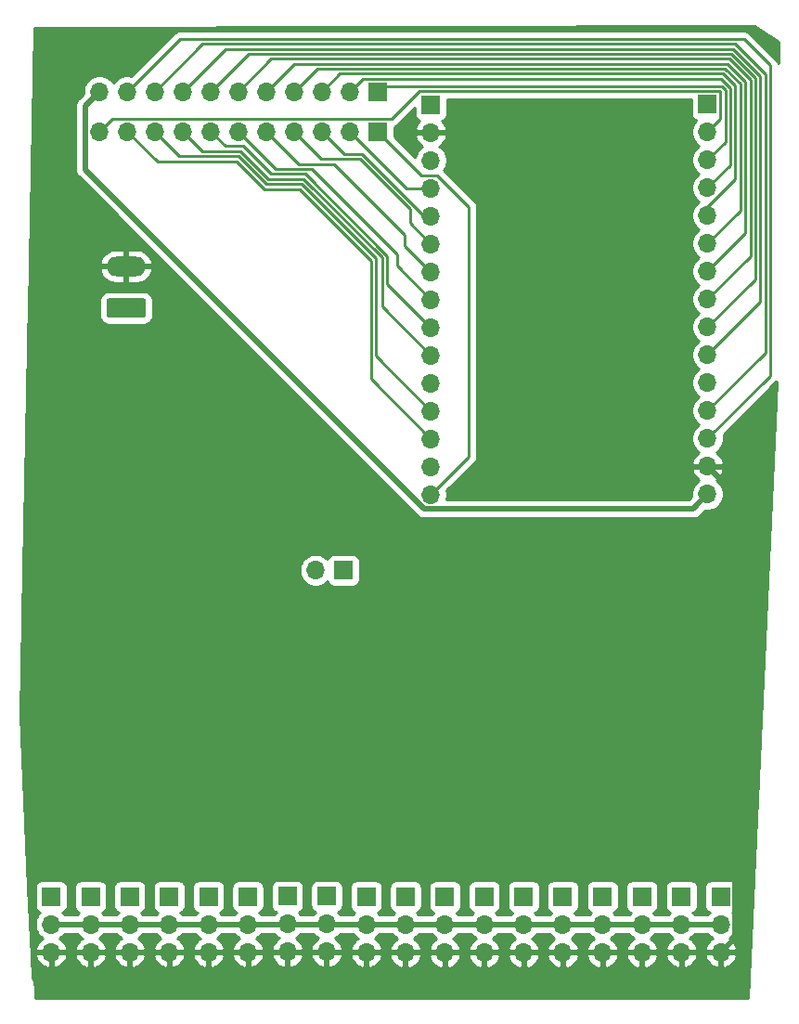
<source format=gbl>
G04 #@! TF.GenerationSoftware,KiCad,Pcbnew,(5.1.10)-1*
G04 #@! TF.CreationDate,2023-01-28T17:58:28+01:00*
G04 #@! TF.ProjectId,servo_board,73657276-6f5f-4626-9f61-72642e6b6963,1.0*
G04 #@! TF.SameCoordinates,Original*
G04 #@! TF.FileFunction,Copper,L2,Bot*
G04 #@! TF.FilePolarity,Positive*
%FSLAX46Y46*%
G04 Gerber Fmt 4.6, Leading zero omitted, Abs format (unit mm)*
G04 Created by KiCad (PCBNEW (5.1.10)-1) date 2023-01-28 17:58:28*
%MOMM*%
%LPD*%
G01*
G04 APERTURE LIST*
G04 #@! TA.AperFunction,ComponentPad*
%ADD10O,1.700000X1.700000*%
G04 #@! TD*
G04 #@! TA.AperFunction,ComponentPad*
%ADD11R,1.700000X1.700000*%
G04 #@! TD*
G04 #@! TA.AperFunction,ComponentPad*
%ADD12O,3.600000X1.800000*%
G04 #@! TD*
G04 #@! TA.AperFunction,Conductor*
%ADD13C,0.500000*%
G04 #@! TD*
G04 #@! TA.AperFunction,Conductor*
%ADD14C,0.250000*%
G04 #@! TD*
G04 #@! TA.AperFunction,Conductor*
%ADD15C,0.254000*%
G04 #@! TD*
G04 #@! TA.AperFunction,Conductor*
%ADD16C,0.100000*%
G04 #@! TD*
G04 APERTURE END LIST*
D10*
X84264500Y-100317300D03*
X86804500Y-100317300D03*
X89344500Y-100317300D03*
X91884500Y-100317300D03*
X94424500Y-100317300D03*
X96964500Y-100317300D03*
X99504500Y-100317300D03*
X102044500Y-100317300D03*
X104584500Y-100317300D03*
X107124500Y-100317300D03*
D11*
X109664500Y-100317300D03*
D10*
X97802700Y-178803300D03*
X97802700Y-176263300D03*
D11*
X97802700Y-173723300D03*
D10*
X115785900Y-178828700D03*
X115785900Y-176288700D03*
D11*
X115785900Y-173748700D03*
D10*
X108597700Y-178803300D03*
X108597700Y-176263300D03*
D11*
X108597700Y-173723300D03*
D10*
X119380000Y-178816000D03*
X119380000Y-176276000D03*
D11*
X119380000Y-173736000D03*
D10*
X104990900Y-178790600D03*
X104990900Y-176250600D03*
D11*
X104990900Y-173710600D03*
D10*
X94208600Y-178803300D03*
X94208600Y-176263300D03*
D11*
X94208600Y-173723300D03*
D10*
X140957300Y-178803300D03*
X140957300Y-176263300D03*
D11*
X140957300Y-173723300D03*
D10*
X137363200Y-178803300D03*
X137363200Y-176263300D03*
D11*
X137363200Y-173723300D03*
D10*
X83451700Y-178803300D03*
X83451700Y-176263300D03*
D11*
X83451700Y-173723300D03*
D10*
X112191800Y-178816000D03*
X112191800Y-176276000D03*
D11*
X112191800Y-173736000D03*
D10*
X122974100Y-178816000D03*
X122974100Y-176276000D03*
D11*
X122974100Y-173736000D03*
D10*
X101409500Y-178790600D03*
X101409500Y-176250600D03*
D11*
X101409500Y-173710600D03*
D10*
X90614500Y-178803300D03*
X90614500Y-176263300D03*
D11*
X90614500Y-173723300D03*
D10*
X126542800Y-178816000D03*
X126542800Y-176276000D03*
D11*
X126542800Y-173736000D03*
D10*
X130149600Y-178816000D03*
X130149600Y-176276000D03*
D11*
X130149600Y-173736000D03*
D10*
X133756400Y-178816000D03*
X133756400Y-176276000D03*
D11*
X133756400Y-173736000D03*
D10*
X79857600Y-178803300D03*
X79857600Y-176263300D03*
D11*
X79857600Y-173723300D03*
D10*
X87033100Y-178803300D03*
X87033100Y-176263300D03*
D11*
X87033100Y-173723300D03*
D10*
X103987600Y-143979900D03*
D11*
X106527600Y-143979900D03*
D10*
X84264500Y-103987600D03*
X86804500Y-103987600D03*
X89344500Y-103987600D03*
X91884500Y-103987600D03*
X94424500Y-103987600D03*
X96964500Y-103987600D03*
X99504500Y-103987600D03*
X102044500Y-103987600D03*
X104584500Y-103987600D03*
X107124500Y-103987600D03*
D11*
X109664500Y-103987600D03*
D10*
X139750800Y-137033000D03*
X139750800Y-134493000D03*
X139750800Y-131953000D03*
X139750800Y-129413000D03*
X139750800Y-126873000D03*
X139750800Y-124333000D03*
X139750800Y-121793000D03*
X139750800Y-119253000D03*
X139750800Y-116713000D03*
X139750800Y-114173000D03*
X139750800Y-111633000D03*
X139750800Y-109093000D03*
X139750800Y-106553000D03*
X139750800Y-104013000D03*
D11*
X139750800Y-101473000D03*
X114515900Y-101511100D03*
D10*
X114515900Y-104051100D03*
X114515900Y-106591100D03*
X114515900Y-109131100D03*
X114515900Y-111671100D03*
X114515900Y-114211100D03*
X114515900Y-116751100D03*
X114515900Y-119291100D03*
X114515900Y-121831100D03*
X114515900Y-124371100D03*
X114515900Y-126911100D03*
X114515900Y-129451100D03*
X114515900Y-131991100D03*
X114515900Y-134531100D03*
X114515900Y-137071100D03*
D12*
X86702900Y-116255800D03*
G04 #@! TA.AperFunction,ComponentPad*
G36*
G01*
X88252900Y-120965800D02*
X85152900Y-120965800D01*
G75*
G02*
X84902900Y-120715800I0J250000D01*
G01*
X84902900Y-119415800D01*
G75*
G02*
X85152900Y-119165800I250000J0D01*
G01*
X88252900Y-119165800D01*
G75*
G02*
X88502900Y-119415800I0J-250000D01*
G01*
X88502900Y-120715800D01*
G75*
G02*
X88252900Y-120965800I-250000J0D01*
G01*
G37*
G04 #@! TD.AperFunction*
D13*
X79857600Y-176263300D02*
X140957300Y-176263300D01*
X82964499Y-101617301D02*
X84264500Y-100317300D01*
X82964499Y-107443701D02*
X82964499Y-101617301D01*
X113891899Y-138371101D02*
X82964499Y-107443701D01*
X138412699Y-138371101D02*
X113891899Y-138371101D01*
X139750800Y-137033000D02*
X138412699Y-138371101D01*
X142257301Y-177503299D02*
X140957300Y-178803300D01*
X142257301Y-136999501D02*
X142257301Y-177503299D01*
X139750800Y-134493000D02*
X142257301Y-136999501D01*
D14*
X112268000Y-109131100D02*
X107124500Y-103987600D01*
X114515900Y-109131100D02*
X112268000Y-109131100D01*
X114515900Y-111671100D02*
X113880900Y-111671100D01*
X113880900Y-111671100D02*
X108216700Y-106006900D01*
X106603800Y-106006900D02*
X104584500Y-103987600D01*
X108216700Y-106006900D02*
X106603800Y-106006900D01*
X114515900Y-114211100D02*
X112598200Y-112293400D01*
X112598200Y-112293400D02*
X112598200Y-111024810D01*
X104513810Y-106456910D02*
X102044500Y-103987600D01*
X108030300Y-106456910D02*
X104513810Y-106456910D01*
X112598200Y-111024810D02*
X108030300Y-106456910D01*
X105658220Y-106940920D02*
X102457820Y-106940920D01*
X102457820Y-106940920D02*
X99504500Y-103987600D01*
X112148190Y-113430890D02*
X105658220Y-106940920D01*
X112148190Y-114383390D02*
X112148190Y-113430890D01*
X114515900Y-116751100D02*
X112148190Y-114383390D01*
X114515900Y-119291100D02*
X111429800Y-116205000D01*
X100367830Y-107390930D02*
X96964500Y-103987600D01*
X103657130Y-107390930D02*
X100367830Y-107390930D01*
X111429800Y-115163600D02*
X103657130Y-107390930D01*
X111429800Y-116205000D02*
X111429800Y-115163600D01*
X99903440Y-107840940D02*
X97364550Y-105302050D01*
X103078440Y-107840940D02*
X99903440Y-107840940D01*
X110540800Y-115303300D02*
X103078440Y-107840940D01*
X110540800Y-117856000D02*
X110540800Y-115303300D01*
X95738950Y-105302050D02*
X94424500Y-103987600D01*
X97364550Y-105302050D02*
X95738950Y-105302050D01*
X114515900Y-121831100D02*
X110540800Y-117856000D01*
X114515900Y-124371100D02*
X110045500Y-119900700D01*
X110045500Y-119900700D02*
X110045500Y-115444410D01*
X110045500Y-115444410D02*
X102906690Y-108305600D01*
X102906690Y-108305600D02*
X99663385Y-108305600D01*
X93648960Y-105752060D02*
X91884500Y-103987600D01*
X97109845Y-105752060D02*
X93648960Y-105752060D01*
X99663385Y-108305600D02*
X97109845Y-105752060D01*
X91558970Y-106202070D02*
X89344500Y-103987600D01*
X96923445Y-106202070D02*
X91558970Y-106202070D01*
X101732510Y-108755610D02*
X99476984Y-108755609D01*
X102727480Y-108762800D02*
X101739700Y-108762800D01*
X99476984Y-108755609D02*
X96923445Y-106202070D01*
X109499400Y-115534720D02*
X102727480Y-108762800D01*
X101739700Y-108762800D02*
X101732510Y-108755610D01*
X109499400Y-124434600D02*
X109499400Y-115534720D01*
X114515900Y-129451100D02*
X109499400Y-124434600D01*
X86804500Y-103987600D02*
X89547700Y-106730800D01*
X96815765Y-106730800D02*
X99330365Y-109245400D01*
X89547700Y-106730800D02*
X96815765Y-106730800D01*
X99330365Y-109245400D02*
X102501700Y-109245400D01*
X102501700Y-109245400D02*
X109049390Y-115793090D01*
X109049390Y-126524590D02*
X109049390Y-125494210D01*
X114515900Y-131991100D02*
X109049390Y-126524590D01*
X109049390Y-125494210D02*
X109049390Y-125723592D01*
X109049390Y-115793090D02*
X109049390Y-125494210D01*
X109651800Y-104090198D02*
X109651800Y-104241600D01*
X117970300Y-133616700D02*
X114515900Y-137071100D01*
X117970300Y-110846498D02*
X117970300Y-133616700D01*
X115079901Y-107956099D02*
X117970300Y-110846498D01*
X113632999Y-107956099D02*
X115079901Y-107956099D01*
X109664500Y-103987600D02*
X113632999Y-107956099D01*
X143078321Y-95542221D02*
X145455246Y-97919146D01*
X91579579Y-95542221D02*
X143078321Y-95542221D01*
X86804500Y-100317300D02*
X91579579Y-95542221D01*
X145455246Y-126248554D02*
X139750800Y-131953000D01*
X145455246Y-97919146D02*
X145455246Y-126248554D01*
X145005236Y-98714744D02*
X142282722Y-95992230D01*
X145005236Y-124158564D02*
X145005236Y-98714744D01*
X139750800Y-129413000D02*
X145005236Y-124158564D01*
X93669570Y-95992230D02*
X89344500Y-100317300D01*
X142282722Y-95992230D02*
X93669570Y-95992230D01*
X95759560Y-96442240D02*
X91884500Y-100317300D01*
X142096322Y-96442240D02*
X95759560Y-96442240D01*
X144555227Y-98901145D02*
X142096322Y-96442240D01*
X144555228Y-117624982D02*
X144555227Y-98901145D01*
X144555227Y-119528573D02*
X144555228Y-117624982D01*
X139750800Y-124333000D02*
X144555227Y-119528573D01*
X97849550Y-96892250D02*
X94424500Y-100317300D01*
X141909922Y-96892250D02*
X97849550Y-96892250D01*
X144105218Y-99087546D02*
X141909922Y-96892250D01*
X144105218Y-117438582D02*
X144105218Y-99087546D01*
X139750800Y-121793000D02*
X144105218Y-117438582D01*
X99939540Y-97342260D02*
X96964500Y-100317300D01*
X141723522Y-97342260D02*
X99939540Y-97342260D01*
X143655209Y-99273947D02*
X141723522Y-97342260D01*
X143655210Y-115348590D02*
X143655209Y-99273947D01*
X139750800Y-119253000D02*
X143655210Y-115348590D01*
X139750800Y-116713000D02*
X143205200Y-113258600D01*
X143205200Y-99460348D02*
X141537122Y-97792270D01*
X143205200Y-113258600D02*
X143205200Y-99460348D01*
X102029530Y-97792270D02*
X99504500Y-100317300D01*
X141537122Y-97792270D02*
X102029530Y-97792270D01*
X142725837Y-99617395D02*
X141350722Y-98242280D01*
X142725837Y-111197963D02*
X142725837Y-99617395D01*
X139750800Y-114173000D02*
X142725837Y-111197963D01*
X104119520Y-98242280D02*
X102044500Y-100317300D01*
X141350722Y-98242280D02*
X104119520Y-98242280D01*
X106209511Y-98692289D02*
X104584500Y-100317300D01*
X141164321Y-98692289D02*
X106209511Y-98692289D01*
X142275828Y-99803796D02*
X141164321Y-98692289D01*
X142275828Y-108306974D02*
X142275828Y-99803796D01*
X139750800Y-110832002D02*
X142275828Y-108306974D01*
X139750800Y-111633000D02*
X139750800Y-110832002D01*
X108299501Y-99142299D02*
X107124500Y-100317300D01*
X140977921Y-99142299D02*
X108299501Y-99142299D01*
X141825819Y-99990197D02*
X140977921Y-99142299D01*
X141825819Y-107017981D02*
X141825819Y-99990197D01*
X139750800Y-109093000D02*
X141825819Y-107017981D01*
X110133811Y-99847989D02*
X109664500Y-100317300D01*
X141375810Y-100176598D02*
X141047201Y-99847989D01*
X141375810Y-104927990D02*
X141375810Y-100176598D01*
X141047201Y-99847989D02*
X110133811Y-99847989D01*
X139750800Y-106553000D02*
X141375810Y-104927990D01*
X140860801Y-100297999D02*
X113443999Y-100297999D01*
X140925801Y-100362999D02*
X140860801Y-100297999D01*
X140925801Y-102837999D02*
X140925801Y-100362999D01*
X139750800Y-104013000D02*
X140925801Y-102837999D01*
X85439501Y-102812599D02*
X84264500Y-103987600D01*
X110929399Y-102812599D02*
X85439501Y-102812599D01*
X113443999Y-100297999D02*
X110929399Y-102812599D01*
D15*
X146204732Y-95797089D02*
X146198665Y-97751751D01*
X146160792Y-97626899D01*
X146090220Y-97494870D01*
X146019045Y-97408143D01*
X145995247Y-97379145D01*
X145966250Y-97355348D01*
X143642125Y-95031224D01*
X143618322Y-95002220D01*
X143502597Y-94907247D01*
X143370568Y-94836675D01*
X143227307Y-94793218D01*
X143115654Y-94782221D01*
X143115643Y-94782221D01*
X143078321Y-94778545D01*
X143040999Y-94782221D01*
X91616901Y-94782221D01*
X91579578Y-94778545D01*
X91542255Y-94782221D01*
X91542246Y-94782221D01*
X91430593Y-94793218D01*
X91287332Y-94836675D01*
X91155303Y-94907247D01*
X91155301Y-94907248D01*
X91155302Y-94907248D01*
X91068575Y-94978422D01*
X91068571Y-94978426D01*
X91039578Y-95002220D01*
X91015784Y-95031213D01*
X87170908Y-98876091D01*
X86950760Y-98832300D01*
X86658240Y-98832300D01*
X86371342Y-98889368D01*
X86101089Y-99001310D01*
X85857868Y-99163825D01*
X85651025Y-99370668D01*
X85534500Y-99545060D01*
X85417975Y-99370668D01*
X85211132Y-99163825D01*
X84967911Y-99001310D01*
X84697658Y-98889368D01*
X84410760Y-98832300D01*
X84118240Y-98832300D01*
X83831342Y-98889368D01*
X83561089Y-99001310D01*
X83317868Y-99163825D01*
X83111025Y-99370668D01*
X82948510Y-99613889D01*
X82836568Y-99884142D01*
X82779500Y-100171040D01*
X82779500Y-100463560D01*
X82793961Y-100536261D01*
X82369450Y-100960772D01*
X82335683Y-100988484D01*
X82307970Y-101022252D01*
X82307967Y-101022255D01*
X82225089Y-101123242D01*
X82142911Y-101276988D01*
X82092304Y-101443811D01*
X82075218Y-101617301D01*
X82079500Y-101660780D01*
X82079499Y-107400232D01*
X82075218Y-107443701D01*
X82079499Y-107487170D01*
X82079499Y-107487177D01*
X82092304Y-107617190D01*
X82142910Y-107784013D01*
X82225088Y-107937759D01*
X82335682Y-108072518D01*
X82369455Y-108100235D01*
X113235369Y-138966150D01*
X113263082Y-138999918D01*
X113296850Y-139027631D01*
X113296852Y-139027633D01*
X113397840Y-139110512D01*
X113551585Y-139192690D01*
X113718409Y-139243296D01*
X113848422Y-139256101D01*
X113848430Y-139256101D01*
X113891899Y-139260382D01*
X113935368Y-139256101D01*
X138369230Y-139256101D01*
X138412699Y-139260382D01*
X138456168Y-139256101D01*
X138456176Y-139256101D01*
X138586189Y-139243296D01*
X138753012Y-139192690D01*
X138906758Y-139110512D01*
X139041516Y-138999918D01*
X139069233Y-138966145D01*
X139531840Y-138503539D01*
X139604540Y-138518000D01*
X139897060Y-138518000D01*
X140183958Y-138460932D01*
X140454211Y-138348990D01*
X140697432Y-138186475D01*
X140904275Y-137979632D01*
X141066790Y-137736411D01*
X141178732Y-137466158D01*
X141235800Y-137179260D01*
X141235800Y-136886740D01*
X141178732Y-136599842D01*
X141066790Y-136329589D01*
X140904275Y-136086368D01*
X140697432Y-135879525D01*
X140515266Y-135757805D01*
X140632155Y-135688178D01*
X140848388Y-135493269D01*
X141022441Y-135259920D01*
X141147625Y-134997099D01*
X141192276Y-134849890D01*
X141070955Y-134620000D01*
X139877800Y-134620000D01*
X139877800Y-134640000D01*
X139623800Y-134640000D01*
X139623800Y-134620000D01*
X138430645Y-134620000D01*
X138309324Y-134849890D01*
X138353975Y-134997099D01*
X138479159Y-135259920D01*
X138653212Y-135493269D01*
X138869445Y-135688178D01*
X138986334Y-135757805D01*
X138804168Y-135879525D01*
X138597325Y-136086368D01*
X138434810Y-136329589D01*
X138322868Y-136599842D01*
X138265800Y-136886740D01*
X138265800Y-137179260D01*
X138280261Y-137251960D01*
X138046121Y-137486101D01*
X115947444Y-137486101D01*
X116000900Y-137217360D01*
X116000900Y-136924840D01*
X115957109Y-136704692D01*
X118481303Y-134180499D01*
X118510301Y-134156701D01*
X118605274Y-134040976D01*
X118675846Y-133908947D01*
X118719303Y-133765686D01*
X118730300Y-133654033D01*
X118730300Y-133654024D01*
X118733976Y-133616701D01*
X118730300Y-133579378D01*
X118730300Y-110883820D01*
X118733976Y-110846497D01*
X118730300Y-110809174D01*
X118730300Y-110809165D01*
X118719303Y-110697512D01*
X118675846Y-110554251D01*
X118605274Y-110422222D01*
X118550197Y-110355110D01*
X118534099Y-110335494D01*
X118534095Y-110335490D01*
X118510301Y-110306497D01*
X118481309Y-110282704D01*
X115696195Y-107497592D01*
X115831890Y-107294511D01*
X115943832Y-107024258D01*
X116000900Y-106737360D01*
X116000900Y-106444840D01*
X115943832Y-106157942D01*
X115831890Y-105887689D01*
X115669375Y-105644468D01*
X115462532Y-105437625D01*
X115280366Y-105315905D01*
X115397255Y-105246278D01*
X115613488Y-105051369D01*
X115787541Y-104818020D01*
X115912725Y-104555199D01*
X115957376Y-104407990D01*
X115836055Y-104178100D01*
X114642900Y-104178100D01*
X114642900Y-104198100D01*
X114388900Y-104198100D01*
X114388900Y-104178100D01*
X113195745Y-104178100D01*
X113074424Y-104407990D01*
X113119075Y-104555199D01*
X113244259Y-104818020D01*
X113418312Y-105051369D01*
X113634545Y-105246278D01*
X113751434Y-105315905D01*
X113569268Y-105437625D01*
X113362425Y-105644468D01*
X113199910Y-105887689D01*
X113087968Y-106157942D01*
X113058382Y-106306680D01*
X111152572Y-104400871D01*
X111152572Y-103539098D01*
X111221646Y-103518145D01*
X111353675Y-103447573D01*
X111469400Y-103352600D01*
X111493203Y-103323596D01*
X113027828Y-101788972D01*
X113027828Y-102361100D01*
X113040088Y-102485582D01*
X113076398Y-102605280D01*
X113135363Y-102715594D01*
X113214715Y-102812285D01*
X113311406Y-102891637D01*
X113421720Y-102950602D01*
X113502366Y-102975066D01*
X113418312Y-103050831D01*
X113244259Y-103284180D01*
X113119075Y-103547001D01*
X113074424Y-103694210D01*
X113195745Y-103924100D01*
X114388900Y-103924100D01*
X114388900Y-103904100D01*
X114642900Y-103904100D01*
X114642900Y-103924100D01*
X115836055Y-103924100D01*
X115957376Y-103694210D01*
X115912725Y-103547001D01*
X115787541Y-103284180D01*
X115613488Y-103050831D01*
X115529434Y-102975066D01*
X115610080Y-102950602D01*
X115720394Y-102891637D01*
X115817085Y-102812285D01*
X115896437Y-102715594D01*
X115955402Y-102605280D01*
X115991712Y-102485582D01*
X116003972Y-102361100D01*
X116003972Y-101057999D01*
X138262728Y-101057999D01*
X138262728Y-102323000D01*
X138274988Y-102447482D01*
X138311298Y-102567180D01*
X138370263Y-102677494D01*
X138449615Y-102774185D01*
X138546306Y-102853537D01*
X138656620Y-102912502D01*
X138729180Y-102934513D01*
X138597325Y-103066368D01*
X138434810Y-103309589D01*
X138322868Y-103579842D01*
X138265800Y-103866740D01*
X138265800Y-104159260D01*
X138322868Y-104446158D01*
X138434810Y-104716411D01*
X138597325Y-104959632D01*
X138804168Y-105166475D01*
X138978560Y-105283000D01*
X138804168Y-105399525D01*
X138597325Y-105606368D01*
X138434810Y-105849589D01*
X138322868Y-106119842D01*
X138265800Y-106406740D01*
X138265800Y-106699260D01*
X138322868Y-106986158D01*
X138434810Y-107256411D01*
X138597325Y-107499632D01*
X138804168Y-107706475D01*
X138978560Y-107823000D01*
X138804168Y-107939525D01*
X138597325Y-108146368D01*
X138434810Y-108389589D01*
X138322868Y-108659842D01*
X138265800Y-108946740D01*
X138265800Y-109239260D01*
X138322868Y-109526158D01*
X138434810Y-109796411D01*
X138597325Y-110039632D01*
X138804168Y-110246475D01*
X138978560Y-110363000D01*
X138804168Y-110479525D01*
X138597325Y-110686368D01*
X138434810Y-110929589D01*
X138322868Y-111199842D01*
X138265800Y-111486740D01*
X138265800Y-111779260D01*
X138322868Y-112066158D01*
X138434810Y-112336411D01*
X138597325Y-112579632D01*
X138804168Y-112786475D01*
X138978560Y-112903000D01*
X138804168Y-113019525D01*
X138597325Y-113226368D01*
X138434810Y-113469589D01*
X138322868Y-113739842D01*
X138265800Y-114026740D01*
X138265800Y-114319260D01*
X138322868Y-114606158D01*
X138434810Y-114876411D01*
X138597325Y-115119632D01*
X138804168Y-115326475D01*
X138978560Y-115443000D01*
X138804168Y-115559525D01*
X138597325Y-115766368D01*
X138434810Y-116009589D01*
X138322868Y-116279842D01*
X138265800Y-116566740D01*
X138265800Y-116859260D01*
X138322868Y-117146158D01*
X138434810Y-117416411D01*
X138597325Y-117659632D01*
X138804168Y-117866475D01*
X138978560Y-117983000D01*
X138804168Y-118099525D01*
X138597325Y-118306368D01*
X138434810Y-118549589D01*
X138322868Y-118819842D01*
X138265800Y-119106740D01*
X138265800Y-119399260D01*
X138322868Y-119686158D01*
X138434810Y-119956411D01*
X138597325Y-120199632D01*
X138804168Y-120406475D01*
X138978560Y-120523000D01*
X138804168Y-120639525D01*
X138597325Y-120846368D01*
X138434810Y-121089589D01*
X138322868Y-121359842D01*
X138265800Y-121646740D01*
X138265800Y-121939260D01*
X138322868Y-122226158D01*
X138434810Y-122496411D01*
X138597325Y-122739632D01*
X138804168Y-122946475D01*
X138978560Y-123063000D01*
X138804168Y-123179525D01*
X138597325Y-123386368D01*
X138434810Y-123629589D01*
X138322868Y-123899842D01*
X138265800Y-124186740D01*
X138265800Y-124479260D01*
X138322868Y-124766158D01*
X138434810Y-125036411D01*
X138597325Y-125279632D01*
X138804168Y-125486475D01*
X138978560Y-125603000D01*
X138804168Y-125719525D01*
X138597325Y-125926368D01*
X138434810Y-126169589D01*
X138322868Y-126439842D01*
X138265800Y-126726740D01*
X138265800Y-127019260D01*
X138322868Y-127306158D01*
X138434810Y-127576411D01*
X138597325Y-127819632D01*
X138804168Y-128026475D01*
X138978560Y-128143000D01*
X138804168Y-128259525D01*
X138597325Y-128466368D01*
X138434810Y-128709589D01*
X138322868Y-128979842D01*
X138265800Y-129266740D01*
X138265800Y-129559260D01*
X138322868Y-129846158D01*
X138434810Y-130116411D01*
X138597325Y-130359632D01*
X138804168Y-130566475D01*
X138978560Y-130683000D01*
X138804168Y-130799525D01*
X138597325Y-131006368D01*
X138434810Y-131249589D01*
X138322868Y-131519842D01*
X138265800Y-131806740D01*
X138265800Y-132099260D01*
X138322868Y-132386158D01*
X138434810Y-132656411D01*
X138597325Y-132899632D01*
X138804168Y-133106475D01*
X138986334Y-133228195D01*
X138869445Y-133297822D01*
X138653212Y-133492731D01*
X138479159Y-133726080D01*
X138353975Y-133988901D01*
X138309324Y-134136110D01*
X138430645Y-134366000D01*
X139623800Y-134366000D01*
X139623800Y-134346000D01*
X139877800Y-134346000D01*
X139877800Y-134366000D01*
X141070955Y-134366000D01*
X141192276Y-134136110D01*
X141147625Y-133988901D01*
X141022441Y-133726080D01*
X140848388Y-133492731D01*
X140632155Y-133297822D01*
X140515266Y-133228195D01*
X140697432Y-133106475D01*
X140904275Y-132899632D01*
X141066790Y-132656411D01*
X141178732Y-132386158D01*
X141235800Y-132099260D01*
X141235800Y-131806740D01*
X141192009Y-131586592D01*
X145966249Y-126812353D01*
X145995247Y-126788555D01*
X146021578Y-126756471D01*
X146041095Y-126732690D01*
X143406586Y-183009540D01*
X78368378Y-183009540D01*
X78422578Y-182737057D01*
X78422578Y-182113623D01*
X78300952Y-181502167D01*
X78137813Y-181108315D01*
X78049661Y-179160190D01*
X78416124Y-179160190D01*
X78460775Y-179307399D01*
X78585959Y-179570220D01*
X78760012Y-179803569D01*
X78976245Y-179998478D01*
X79226348Y-180147457D01*
X79500709Y-180244781D01*
X79730600Y-180124114D01*
X79730600Y-178930300D01*
X79984600Y-178930300D01*
X79984600Y-180124114D01*
X80214491Y-180244781D01*
X80488852Y-180147457D01*
X80738955Y-179998478D01*
X80955188Y-179803569D01*
X81129241Y-179570220D01*
X81254425Y-179307399D01*
X81299076Y-179160190D01*
X82010224Y-179160190D01*
X82054875Y-179307399D01*
X82180059Y-179570220D01*
X82354112Y-179803569D01*
X82570345Y-179998478D01*
X82820448Y-180147457D01*
X83094809Y-180244781D01*
X83324700Y-180124114D01*
X83324700Y-178930300D01*
X83578700Y-178930300D01*
X83578700Y-180124114D01*
X83808591Y-180244781D01*
X84082952Y-180147457D01*
X84333055Y-179998478D01*
X84549288Y-179803569D01*
X84723341Y-179570220D01*
X84848525Y-179307399D01*
X84893176Y-179160190D01*
X85591624Y-179160190D01*
X85636275Y-179307399D01*
X85761459Y-179570220D01*
X85935512Y-179803569D01*
X86151745Y-179998478D01*
X86401848Y-180147457D01*
X86676209Y-180244781D01*
X86906100Y-180124114D01*
X86906100Y-178930300D01*
X87160100Y-178930300D01*
X87160100Y-180124114D01*
X87389991Y-180244781D01*
X87664352Y-180147457D01*
X87914455Y-179998478D01*
X88130688Y-179803569D01*
X88304741Y-179570220D01*
X88429925Y-179307399D01*
X88474576Y-179160190D01*
X89173024Y-179160190D01*
X89217675Y-179307399D01*
X89342859Y-179570220D01*
X89516912Y-179803569D01*
X89733145Y-179998478D01*
X89983248Y-180147457D01*
X90257609Y-180244781D01*
X90487500Y-180124114D01*
X90487500Y-178930300D01*
X90741500Y-178930300D01*
X90741500Y-180124114D01*
X90971391Y-180244781D01*
X91245752Y-180147457D01*
X91495855Y-179998478D01*
X91712088Y-179803569D01*
X91886141Y-179570220D01*
X92011325Y-179307399D01*
X92055976Y-179160190D01*
X92767124Y-179160190D01*
X92811775Y-179307399D01*
X92936959Y-179570220D01*
X93111012Y-179803569D01*
X93327245Y-179998478D01*
X93577348Y-180147457D01*
X93851709Y-180244781D01*
X94081600Y-180124114D01*
X94081600Y-178930300D01*
X94335600Y-178930300D01*
X94335600Y-180124114D01*
X94565491Y-180244781D01*
X94839852Y-180147457D01*
X95089955Y-179998478D01*
X95306188Y-179803569D01*
X95480241Y-179570220D01*
X95605425Y-179307399D01*
X95650076Y-179160190D01*
X96361224Y-179160190D01*
X96405875Y-179307399D01*
X96531059Y-179570220D01*
X96705112Y-179803569D01*
X96921345Y-179998478D01*
X97171448Y-180147457D01*
X97445809Y-180244781D01*
X97675700Y-180124114D01*
X97675700Y-178930300D01*
X97929700Y-178930300D01*
X97929700Y-180124114D01*
X98159591Y-180244781D01*
X98433952Y-180147457D01*
X98684055Y-179998478D01*
X98900288Y-179803569D01*
X99074341Y-179570220D01*
X99199525Y-179307399D01*
X99244176Y-179160190D01*
X99237474Y-179147490D01*
X99968024Y-179147490D01*
X100012675Y-179294699D01*
X100137859Y-179557520D01*
X100311912Y-179790869D01*
X100528145Y-179985778D01*
X100778248Y-180134757D01*
X101052609Y-180232081D01*
X101282500Y-180111414D01*
X101282500Y-178917600D01*
X101536500Y-178917600D01*
X101536500Y-180111414D01*
X101766391Y-180232081D01*
X102040752Y-180134757D01*
X102290855Y-179985778D01*
X102507088Y-179790869D01*
X102681141Y-179557520D01*
X102806325Y-179294699D01*
X102850976Y-179147490D01*
X103549424Y-179147490D01*
X103594075Y-179294699D01*
X103719259Y-179557520D01*
X103893312Y-179790869D01*
X104109545Y-179985778D01*
X104359648Y-180134757D01*
X104634009Y-180232081D01*
X104863900Y-180111414D01*
X104863900Y-178917600D01*
X105117900Y-178917600D01*
X105117900Y-180111414D01*
X105347791Y-180232081D01*
X105622152Y-180134757D01*
X105872255Y-179985778D01*
X106088488Y-179790869D01*
X106262541Y-179557520D01*
X106387725Y-179294699D01*
X106428523Y-179160190D01*
X107156224Y-179160190D01*
X107200875Y-179307399D01*
X107326059Y-179570220D01*
X107500112Y-179803569D01*
X107716345Y-179998478D01*
X107966448Y-180147457D01*
X108240809Y-180244781D01*
X108470700Y-180124114D01*
X108470700Y-178930300D01*
X108724700Y-178930300D01*
X108724700Y-180124114D01*
X108954591Y-180244781D01*
X109228952Y-180147457D01*
X109479055Y-179998478D01*
X109695288Y-179803569D01*
X109869341Y-179570220D01*
X109994525Y-179307399D01*
X110035323Y-179172890D01*
X110750324Y-179172890D01*
X110794975Y-179320099D01*
X110920159Y-179582920D01*
X111094212Y-179816269D01*
X111310445Y-180011178D01*
X111560548Y-180160157D01*
X111834909Y-180257481D01*
X112064800Y-180136814D01*
X112064800Y-178943000D01*
X112318800Y-178943000D01*
X112318800Y-180136814D01*
X112548691Y-180257481D01*
X112823052Y-180160157D01*
X113073155Y-180011178D01*
X113289388Y-179816269D01*
X113463441Y-179582920D01*
X113588625Y-179320099D01*
X113629423Y-179185590D01*
X114344424Y-179185590D01*
X114389075Y-179332799D01*
X114514259Y-179595620D01*
X114688312Y-179828969D01*
X114904545Y-180023878D01*
X115154648Y-180172857D01*
X115429009Y-180270181D01*
X115658900Y-180149514D01*
X115658900Y-178955700D01*
X115912900Y-178955700D01*
X115912900Y-180149514D01*
X116142791Y-180270181D01*
X116417152Y-180172857D01*
X116667255Y-180023878D01*
X116883488Y-179828969D01*
X117057541Y-179595620D01*
X117182725Y-179332799D01*
X117227376Y-179185590D01*
X117220674Y-179172890D01*
X117938524Y-179172890D01*
X117983175Y-179320099D01*
X118108359Y-179582920D01*
X118282412Y-179816269D01*
X118498645Y-180011178D01*
X118748748Y-180160157D01*
X119023109Y-180257481D01*
X119253000Y-180136814D01*
X119253000Y-178943000D01*
X119507000Y-178943000D01*
X119507000Y-180136814D01*
X119736891Y-180257481D01*
X120011252Y-180160157D01*
X120261355Y-180011178D01*
X120477588Y-179816269D01*
X120651641Y-179582920D01*
X120776825Y-179320099D01*
X120821476Y-179172890D01*
X121532624Y-179172890D01*
X121577275Y-179320099D01*
X121702459Y-179582920D01*
X121876512Y-179816269D01*
X122092745Y-180011178D01*
X122342848Y-180160157D01*
X122617209Y-180257481D01*
X122847100Y-180136814D01*
X122847100Y-178943000D01*
X123101100Y-178943000D01*
X123101100Y-180136814D01*
X123330991Y-180257481D01*
X123605352Y-180160157D01*
X123855455Y-180011178D01*
X124071688Y-179816269D01*
X124245741Y-179582920D01*
X124370925Y-179320099D01*
X124415576Y-179172890D01*
X125101324Y-179172890D01*
X125145975Y-179320099D01*
X125271159Y-179582920D01*
X125445212Y-179816269D01*
X125661445Y-180011178D01*
X125911548Y-180160157D01*
X126185909Y-180257481D01*
X126415800Y-180136814D01*
X126415800Y-178943000D01*
X126669800Y-178943000D01*
X126669800Y-180136814D01*
X126899691Y-180257481D01*
X127174052Y-180160157D01*
X127424155Y-180011178D01*
X127640388Y-179816269D01*
X127814441Y-179582920D01*
X127939625Y-179320099D01*
X127984276Y-179172890D01*
X128708124Y-179172890D01*
X128752775Y-179320099D01*
X128877959Y-179582920D01*
X129052012Y-179816269D01*
X129268245Y-180011178D01*
X129518348Y-180160157D01*
X129792709Y-180257481D01*
X130022600Y-180136814D01*
X130022600Y-178943000D01*
X130276600Y-178943000D01*
X130276600Y-180136814D01*
X130506491Y-180257481D01*
X130780852Y-180160157D01*
X131030955Y-180011178D01*
X131247188Y-179816269D01*
X131421241Y-179582920D01*
X131546425Y-179320099D01*
X131591076Y-179172890D01*
X132314924Y-179172890D01*
X132359575Y-179320099D01*
X132484759Y-179582920D01*
X132658812Y-179816269D01*
X132875045Y-180011178D01*
X133125148Y-180160157D01*
X133399509Y-180257481D01*
X133629400Y-180136814D01*
X133629400Y-178943000D01*
X133883400Y-178943000D01*
X133883400Y-180136814D01*
X134113291Y-180257481D01*
X134387652Y-180160157D01*
X134637755Y-180011178D01*
X134853988Y-179816269D01*
X135028041Y-179582920D01*
X135153225Y-179320099D01*
X135197876Y-179172890D01*
X135191174Y-179160190D01*
X135921724Y-179160190D01*
X135966375Y-179307399D01*
X136091559Y-179570220D01*
X136265612Y-179803569D01*
X136481845Y-179998478D01*
X136731948Y-180147457D01*
X137006309Y-180244781D01*
X137236200Y-180124114D01*
X137236200Y-178930300D01*
X137490200Y-178930300D01*
X137490200Y-180124114D01*
X137720091Y-180244781D01*
X137994452Y-180147457D01*
X138244555Y-179998478D01*
X138460788Y-179803569D01*
X138634841Y-179570220D01*
X138760025Y-179307399D01*
X138804676Y-179160190D01*
X139515824Y-179160190D01*
X139560475Y-179307399D01*
X139685659Y-179570220D01*
X139859712Y-179803569D01*
X140075945Y-179998478D01*
X140326048Y-180147457D01*
X140600409Y-180244781D01*
X140830300Y-180124114D01*
X140830300Y-178930300D01*
X141084300Y-178930300D01*
X141084300Y-180124114D01*
X141314191Y-180244781D01*
X141588552Y-180147457D01*
X141838655Y-179998478D01*
X142054888Y-179803569D01*
X142228941Y-179570220D01*
X142354125Y-179307399D01*
X142398776Y-179160190D01*
X142277455Y-178930300D01*
X141084300Y-178930300D01*
X140830300Y-178930300D01*
X139637145Y-178930300D01*
X139515824Y-179160190D01*
X138804676Y-179160190D01*
X138683355Y-178930300D01*
X137490200Y-178930300D01*
X137236200Y-178930300D01*
X136043045Y-178930300D01*
X135921724Y-179160190D01*
X135191174Y-179160190D01*
X135076555Y-178943000D01*
X133883400Y-178943000D01*
X133629400Y-178943000D01*
X132436245Y-178943000D01*
X132314924Y-179172890D01*
X131591076Y-179172890D01*
X131469755Y-178943000D01*
X130276600Y-178943000D01*
X130022600Y-178943000D01*
X128829445Y-178943000D01*
X128708124Y-179172890D01*
X127984276Y-179172890D01*
X127862955Y-178943000D01*
X126669800Y-178943000D01*
X126415800Y-178943000D01*
X125222645Y-178943000D01*
X125101324Y-179172890D01*
X124415576Y-179172890D01*
X124294255Y-178943000D01*
X123101100Y-178943000D01*
X122847100Y-178943000D01*
X121653945Y-178943000D01*
X121532624Y-179172890D01*
X120821476Y-179172890D01*
X120700155Y-178943000D01*
X119507000Y-178943000D01*
X119253000Y-178943000D01*
X118059845Y-178943000D01*
X117938524Y-179172890D01*
X117220674Y-179172890D01*
X117106055Y-178955700D01*
X115912900Y-178955700D01*
X115658900Y-178955700D01*
X114465745Y-178955700D01*
X114344424Y-179185590D01*
X113629423Y-179185590D01*
X113633276Y-179172890D01*
X113511955Y-178943000D01*
X112318800Y-178943000D01*
X112064800Y-178943000D01*
X110871645Y-178943000D01*
X110750324Y-179172890D01*
X110035323Y-179172890D01*
X110039176Y-179160190D01*
X109917855Y-178930300D01*
X108724700Y-178930300D01*
X108470700Y-178930300D01*
X107277545Y-178930300D01*
X107156224Y-179160190D01*
X106428523Y-179160190D01*
X106432376Y-179147490D01*
X106311055Y-178917600D01*
X105117900Y-178917600D01*
X104863900Y-178917600D01*
X103670745Y-178917600D01*
X103549424Y-179147490D01*
X102850976Y-179147490D01*
X102729655Y-178917600D01*
X101536500Y-178917600D01*
X101282500Y-178917600D01*
X100089345Y-178917600D01*
X99968024Y-179147490D01*
X99237474Y-179147490D01*
X99122855Y-178930300D01*
X97929700Y-178930300D01*
X97675700Y-178930300D01*
X96482545Y-178930300D01*
X96361224Y-179160190D01*
X95650076Y-179160190D01*
X95528755Y-178930300D01*
X94335600Y-178930300D01*
X94081600Y-178930300D01*
X92888445Y-178930300D01*
X92767124Y-179160190D01*
X92055976Y-179160190D01*
X91934655Y-178930300D01*
X90741500Y-178930300D01*
X90487500Y-178930300D01*
X89294345Y-178930300D01*
X89173024Y-179160190D01*
X88474576Y-179160190D01*
X88353255Y-178930300D01*
X87160100Y-178930300D01*
X86906100Y-178930300D01*
X85712945Y-178930300D01*
X85591624Y-179160190D01*
X84893176Y-179160190D01*
X84771855Y-178930300D01*
X83578700Y-178930300D01*
X83324700Y-178930300D01*
X82131545Y-178930300D01*
X82010224Y-179160190D01*
X81299076Y-179160190D01*
X81177755Y-178930300D01*
X79984600Y-178930300D01*
X79730600Y-178930300D01*
X78537445Y-178930300D01*
X78416124Y-179160190D01*
X78049661Y-179160190D01*
X77765181Y-172873300D01*
X78369528Y-172873300D01*
X78369528Y-174573300D01*
X78381788Y-174697782D01*
X78418098Y-174817480D01*
X78477063Y-174927794D01*
X78556415Y-175024485D01*
X78653106Y-175103837D01*
X78763420Y-175162802D01*
X78835980Y-175184813D01*
X78704125Y-175316668D01*
X78541610Y-175559889D01*
X78429668Y-175830142D01*
X78372600Y-176117040D01*
X78372600Y-176409560D01*
X78429668Y-176696458D01*
X78541610Y-176966711D01*
X78704125Y-177209932D01*
X78910968Y-177416775D01*
X79093134Y-177538495D01*
X78976245Y-177608122D01*
X78760012Y-177803031D01*
X78585959Y-178036380D01*
X78460775Y-178299201D01*
X78416124Y-178446410D01*
X78537445Y-178676300D01*
X79730600Y-178676300D01*
X79730600Y-178656300D01*
X79984600Y-178656300D01*
X79984600Y-178676300D01*
X81177755Y-178676300D01*
X81299076Y-178446410D01*
X81254425Y-178299201D01*
X81129241Y-178036380D01*
X80955188Y-177803031D01*
X80738955Y-177608122D01*
X80622066Y-177538495D01*
X80804232Y-177416775D01*
X81011075Y-177209932D01*
X81052256Y-177148300D01*
X82257044Y-177148300D01*
X82298225Y-177209932D01*
X82505068Y-177416775D01*
X82687234Y-177538495D01*
X82570345Y-177608122D01*
X82354112Y-177803031D01*
X82180059Y-178036380D01*
X82054875Y-178299201D01*
X82010224Y-178446410D01*
X82131545Y-178676300D01*
X83324700Y-178676300D01*
X83324700Y-178656300D01*
X83578700Y-178656300D01*
X83578700Y-178676300D01*
X84771855Y-178676300D01*
X84893176Y-178446410D01*
X84848525Y-178299201D01*
X84723341Y-178036380D01*
X84549288Y-177803031D01*
X84333055Y-177608122D01*
X84216166Y-177538495D01*
X84398332Y-177416775D01*
X84605175Y-177209932D01*
X84646356Y-177148300D01*
X85838444Y-177148300D01*
X85879625Y-177209932D01*
X86086468Y-177416775D01*
X86268634Y-177538495D01*
X86151745Y-177608122D01*
X85935512Y-177803031D01*
X85761459Y-178036380D01*
X85636275Y-178299201D01*
X85591624Y-178446410D01*
X85712945Y-178676300D01*
X86906100Y-178676300D01*
X86906100Y-178656300D01*
X87160100Y-178656300D01*
X87160100Y-178676300D01*
X88353255Y-178676300D01*
X88474576Y-178446410D01*
X88429925Y-178299201D01*
X88304741Y-178036380D01*
X88130688Y-177803031D01*
X87914455Y-177608122D01*
X87797566Y-177538495D01*
X87979732Y-177416775D01*
X88186575Y-177209932D01*
X88227756Y-177148300D01*
X89419844Y-177148300D01*
X89461025Y-177209932D01*
X89667868Y-177416775D01*
X89850034Y-177538495D01*
X89733145Y-177608122D01*
X89516912Y-177803031D01*
X89342859Y-178036380D01*
X89217675Y-178299201D01*
X89173024Y-178446410D01*
X89294345Y-178676300D01*
X90487500Y-178676300D01*
X90487500Y-178656300D01*
X90741500Y-178656300D01*
X90741500Y-178676300D01*
X91934655Y-178676300D01*
X92055976Y-178446410D01*
X92011325Y-178299201D01*
X91886141Y-178036380D01*
X91712088Y-177803031D01*
X91495855Y-177608122D01*
X91378966Y-177538495D01*
X91561132Y-177416775D01*
X91767975Y-177209932D01*
X91809156Y-177148300D01*
X93013944Y-177148300D01*
X93055125Y-177209932D01*
X93261968Y-177416775D01*
X93444134Y-177538495D01*
X93327245Y-177608122D01*
X93111012Y-177803031D01*
X92936959Y-178036380D01*
X92811775Y-178299201D01*
X92767124Y-178446410D01*
X92888445Y-178676300D01*
X94081600Y-178676300D01*
X94081600Y-178656300D01*
X94335600Y-178656300D01*
X94335600Y-178676300D01*
X95528755Y-178676300D01*
X95650076Y-178446410D01*
X95605425Y-178299201D01*
X95480241Y-178036380D01*
X95306188Y-177803031D01*
X95089955Y-177608122D01*
X94973066Y-177538495D01*
X95155232Y-177416775D01*
X95362075Y-177209932D01*
X95403256Y-177148300D01*
X96608044Y-177148300D01*
X96649225Y-177209932D01*
X96856068Y-177416775D01*
X97038234Y-177538495D01*
X96921345Y-177608122D01*
X96705112Y-177803031D01*
X96531059Y-178036380D01*
X96405875Y-178299201D01*
X96361224Y-178446410D01*
X96482545Y-178676300D01*
X97675700Y-178676300D01*
X97675700Y-178656300D01*
X97929700Y-178656300D01*
X97929700Y-178676300D01*
X99122855Y-178676300D01*
X99244176Y-178446410D01*
X99199525Y-178299201D01*
X99074341Y-178036380D01*
X98900288Y-177803031D01*
X98684055Y-177608122D01*
X98567166Y-177538495D01*
X98749332Y-177416775D01*
X98956175Y-177209932D01*
X98997356Y-177148300D01*
X100223330Y-177148300D01*
X100256025Y-177197232D01*
X100462868Y-177404075D01*
X100645034Y-177525795D01*
X100528145Y-177595422D01*
X100311912Y-177790331D01*
X100137859Y-178023680D01*
X100012675Y-178286501D01*
X99968024Y-178433710D01*
X100089345Y-178663600D01*
X101282500Y-178663600D01*
X101282500Y-178643600D01*
X101536500Y-178643600D01*
X101536500Y-178663600D01*
X102729655Y-178663600D01*
X102850976Y-178433710D01*
X102806325Y-178286501D01*
X102681141Y-178023680D01*
X102507088Y-177790331D01*
X102290855Y-177595422D01*
X102173966Y-177525795D01*
X102356132Y-177404075D01*
X102562975Y-177197232D01*
X102595670Y-177148300D01*
X103804730Y-177148300D01*
X103837425Y-177197232D01*
X104044268Y-177404075D01*
X104226434Y-177525795D01*
X104109545Y-177595422D01*
X103893312Y-177790331D01*
X103719259Y-178023680D01*
X103594075Y-178286501D01*
X103549424Y-178433710D01*
X103670745Y-178663600D01*
X104863900Y-178663600D01*
X104863900Y-178643600D01*
X105117900Y-178643600D01*
X105117900Y-178663600D01*
X106311055Y-178663600D01*
X106432376Y-178433710D01*
X106387725Y-178286501D01*
X106262541Y-178023680D01*
X106088488Y-177790331D01*
X105872255Y-177595422D01*
X105755366Y-177525795D01*
X105937532Y-177404075D01*
X106144375Y-177197232D01*
X106177070Y-177148300D01*
X107403044Y-177148300D01*
X107444225Y-177209932D01*
X107651068Y-177416775D01*
X107833234Y-177538495D01*
X107716345Y-177608122D01*
X107500112Y-177803031D01*
X107326059Y-178036380D01*
X107200875Y-178299201D01*
X107156224Y-178446410D01*
X107277545Y-178676300D01*
X108470700Y-178676300D01*
X108470700Y-178656300D01*
X108724700Y-178656300D01*
X108724700Y-178676300D01*
X109917855Y-178676300D01*
X110039176Y-178446410D01*
X109994525Y-178299201D01*
X109869341Y-178036380D01*
X109695288Y-177803031D01*
X109479055Y-177608122D01*
X109362166Y-177538495D01*
X109544332Y-177416775D01*
X109751175Y-177209932D01*
X109792356Y-177148300D01*
X110988658Y-177148300D01*
X111038325Y-177222632D01*
X111245168Y-177429475D01*
X111427334Y-177551195D01*
X111310445Y-177620822D01*
X111094212Y-177815731D01*
X110920159Y-178049080D01*
X110794975Y-178311901D01*
X110750324Y-178459110D01*
X110871645Y-178689000D01*
X112064800Y-178689000D01*
X112064800Y-178669000D01*
X112318800Y-178669000D01*
X112318800Y-178689000D01*
X113511955Y-178689000D01*
X113633276Y-178459110D01*
X113588625Y-178311901D01*
X113463441Y-178049080D01*
X113289388Y-177815731D01*
X113073155Y-177620822D01*
X112956266Y-177551195D01*
X113138432Y-177429475D01*
X113345275Y-177222632D01*
X113394942Y-177148300D01*
X114574272Y-177148300D01*
X114632425Y-177235332D01*
X114839268Y-177442175D01*
X115021434Y-177563895D01*
X114904545Y-177633522D01*
X114688312Y-177828431D01*
X114514259Y-178061780D01*
X114389075Y-178324601D01*
X114344424Y-178471810D01*
X114465745Y-178701700D01*
X115658900Y-178701700D01*
X115658900Y-178681700D01*
X115912900Y-178681700D01*
X115912900Y-178701700D01*
X117106055Y-178701700D01*
X117227376Y-178471810D01*
X117182725Y-178324601D01*
X117057541Y-178061780D01*
X116883488Y-177828431D01*
X116667255Y-177633522D01*
X116550366Y-177563895D01*
X116732532Y-177442175D01*
X116939375Y-177235332D01*
X116997528Y-177148300D01*
X118176858Y-177148300D01*
X118226525Y-177222632D01*
X118433368Y-177429475D01*
X118615534Y-177551195D01*
X118498645Y-177620822D01*
X118282412Y-177815731D01*
X118108359Y-178049080D01*
X117983175Y-178311901D01*
X117938524Y-178459110D01*
X118059845Y-178689000D01*
X119253000Y-178689000D01*
X119253000Y-178669000D01*
X119507000Y-178669000D01*
X119507000Y-178689000D01*
X120700155Y-178689000D01*
X120821476Y-178459110D01*
X120776825Y-178311901D01*
X120651641Y-178049080D01*
X120477588Y-177815731D01*
X120261355Y-177620822D01*
X120144466Y-177551195D01*
X120326632Y-177429475D01*
X120533475Y-177222632D01*
X120583142Y-177148300D01*
X121770958Y-177148300D01*
X121820625Y-177222632D01*
X122027468Y-177429475D01*
X122209634Y-177551195D01*
X122092745Y-177620822D01*
X121876512Y-177815731D01*
X121702459Y-178049080D01*
X121577275Y-178311901D01*
X121532624Y-178459110D01*
X121653945Y-178689000D01*
X122847100Y-178689000D01*
X122847100Y-178669000D01*
X123101100Y-178669000D01*
X123101100Y-178689000D01*
X124294255Y-178689000D01*
X124415576Y-178459110D01*
X124370925Y-178311901D01*
X124245741Y-178049080D01*
X124071688Y-177815731D01*
X123855455Y-177620822D01*
X123738566Y-177551195D01*
X123920732Y-177429475D01*
X124127575Y-177222632D01*
X124177242Y-177148300D01*
X125339658Y-177148300D01*
X125389325Y-177222632D01*
X125596168Y-177429475D01*
X125778334Y-177551195D01*
X125661445Y-177620822D01*
X125445212Y-177815731D01*
X125271159Y-178049080D01*
X125145975Y-178311901D01*
X125101324Y-178459110D01*
X125222645Y-178689000D01*
X126415800Y-178689000D01*
X126415800Y-178669000D01*
X126669800Y-178669000D01*
X126669800Y-178689000D01*
X127862955Y-178689000D01*
X127984276Y-178459110D01*
X127939625Y-178311901D01*
X127814441Y-178049080D01*
X127640388Y-177815731D01*
X127424155Y-177620822D01*
X127307266Y-177551195D01*
X127489432Y-177429475D01*
X127696275Y-177222632D01*
X127745942Y-177148300D01*
X128946458Y-177148300D01*
X128996125Y-177222632D01*
X129202968Y-177429475D01*
X129385134Y-177551195D01*
X129268245Y-177620822D01*
X129052012Y-177815731D01*
X128877959Y-178049080D01*
X128752775Y-178311901D01*
X128708124Y-178459110D01*
X128829445Y-178689000D01*
X130022600Y-178689000D01*
X130022600Y-178669000D01*
X130276600Y-178669000D01*
X130276600Y-178689000D01*
X131469755Y-178689000D01*
X131591076Y-178459110D01*
X131546425Y-178311901D01*
X131421241Y-178049080D01*
X131247188Y-177815731D01*
X131030955Y-177620822D01*
X130914066Y-177551195D01*
X131096232Y-177429475D01*
X131303075Y-177222632D01*
X131352742Y-177148300D01*
X132553258Y-177148300D01*
X132602925Y-177222632D01*
X132809768Y-177429475D01*
X132991934Y-177551195D01*
X132875045Y-177620822D01*
X132658812Y-177815731D01*
X132484759Y-178049080D01*
X132359575Y-178311901D01*
X132314924Y-178459110D01*
X132436245Y-178689000D01*
X133629400Y-178689000D01*
X133629400Y-178669000D01*
X133883400Y-178669000D01*
X133883400Y-178689000D01*
X135076555Y-178689000D01*
X135197876Y-178459110D01*
X135153225Y-178311901D01*
X135028041Y-178049080D01*
X134853988Y-177815731D01*
X134637755Y-177620822D01*
X134520866Y-177551195D01*
X134703032Y-177429475D01*
X134909875Y-177222632D01*
X134959542Y-177148300D01*
X136168544Y-177148300D01*
X136209725Y-177209932D01*
X136416568Y-177416775D01*
X136598734Y-177538495D01*
X136481845Y-177608122D01*
X136265612Y-177803031D01*
X136091559Y-178036380D01*
X135966375Y-178299201D01*
X135921724Y-178446410D01*
X136043045Y-178676300D01*
X137236200Y-178676300D01*
X137236200Y-178656300D01*
X137490200Y-178656300D01*
X137490200Y-178676300D01*
X138683355Y-178676300D01*
X138804676Y-178446410D01*
X138760025Y-178299201D01*
X138634841Y-178036380D01*
X138460788Y-177803031D01*
X138244555Y-177608122D01*
X138127666Y-177538495D01*
X138309832Y-177416775D01*
X138516675Y-177209932D01*
X138557856Y-177148300D01*
X139762644Y-177148300D01*
X139803825Y-177209932D01*
X140010668Y-177416775D01*
X140192834Y-177538495D01*
X140075945Y-177608122D01*
X139859712Y-177803031D01*
X139685659Y-178036380D01*
X139560475Y-178299201D01*
X139515824Y-178446410D01*
X139637145Y-178676300D01*
X140830300Y-178676300D01*
X140830300Y-178656300D01*
X141084300Y-178656300D01*
X141084300Y-178676300D01*
X142277455Y-178676300D01*
X142398776Y-178446410D01*
X142354125Y-178299201D01*
X142228941Y-178036380D01*
X142054888Y-177803031D01*
X141838655Y-177608122D01*
X141721766Y-177538495D01*
X141903932Y-177416775D01*
X142110775Y-177209932D01*
X142273290Y-176966711D01*
X142385232Y-176696458D01*
X142442300Y-176409560D01*
X142442300Y-176117040D01*
X142385232Y-175830142D01*
X142273290Y-175559889D01*
X142110775Y-175316668D01*
X141978920Y-175184813D01*
X142051480Y-175162802D01*
X142161794Y-175103837D01*
X142258485Y-175024485D01*
X142337837Y-174927794D01*
X142396802Y-174817480D01*
X142433112Y-174697782D01*
X142445372Y-174573300D01*
X142445372Y-172873300D01*
X142433112Y-172748818D01*
X142396802Y-172629120D01*
X142337837Y-172518806D01*
X142258485Y-172422115D01*
X142161794Y-172342763D01*
X142051480Y-172283798D01*
X141931782Y-172247488D01*
X141807300Y-172235228D01*
X140107300Y-172235228D01*
X139982818Y-172247488D01*
X139863120Y-172283798D01*
X139752806Y-172342763D01*
X139656115Y-172422115D01*
X139576763Y-172518806D01*
X139517798Y-172629120D01*
X139481488Y-172748818D01*
X139469228Y-172873300D01*
X139469228Y-174573300D01*
X139481488Y-174697782D01*
X139517798Y-174817480D01*
X139576763Y-174927794D01*
X139656115Y-175024485D01*
X139752806Y-175103837D01*
X139863120Y-175162802D01*
X139935680Y-175184813D01*
X139803825Y-175316668D01*
X139762644Y-175378300D01*
X138557856Y-175378300D01*
X138516675Y-175316668D01*
X138384820Y-175184813D01*
X138457380Y-175162802D01*
X138567694Y-175103837D01*
X138664385Y-175024485D01*
X138743737Y-174927794D01*
X138802702Y-174817480D01*
X138839012Y-174697782D01*
X138851272Y-174573300D01*
X138851272Y-172873300D01*
X138839012Y-172748818D01*
X138802702Y-172629120D01*
X138743737Y-172518806D01*
X138664385Y-172422115D01*
X138567694Y-172342763D01*
X138457380Y-172283798D01*
X138337682Y-172247488D01*
X138213200Y-172235228D01*
X136513200Y-172235228D01*
X136388718Y-172247488D01*
X136269020Y-172283798D01*
X136158706Y-172342763D01*
X136062015Y-172422115D01*
X135982663Y-172518806D01*
X135923698Y-172629120D01*
X135887388Y-172748818D01*
X135875128Y-172873300D01*
X135875128Y-174573300D01*
X135887388Y-174697782D01*
X135923698Y-174817480D01*
X135982663Y-174927794D01*
X136062015Y-175024485D01*
X136158706Y-175103837D01*
X136269020Y-175162802D01*
X136341580Y-175184813D01*
X136209725Y-175316668D01*
X136168544Y-175378300D01*
X134942570Y-175378300D01*
X134909875Y-175329368D01*
X134778020Y-175197513D01*
X134850580Y-175175502D01*
X134960894Y-175116537D01*
X135057585Y-175037185D01*
X135136937Y-174940494D01*
X135195902Y-174830180D01*
X135232212Y-174710482D01*
X135244472Y-174586000D01*
X135244472Y-172886000D01*
X135232212Y-172761518D01*
X135195902Y-172641820D01*
X135136937Y-172531506D01*
X135057585Y-172434815D01*
X134960894Y-172355463D01*
X134850580Y-172296498D01*
X134730882Y-172260188D01*
X134606400Y-172247928D01*
X132906400Y-172247928D01*
X132781918Y-172260188D01*
X132662220Y-172296498D01*
X132551906Y-172355463D01*
X132455215Y-172434815D01*
X132375863Y-172531506D01*
X132316898Y-172641820D01*
X132280588Y-172761518D01*
X132268328Y-172886000D01*
X132268328Y-174586000D01*
X132280588Y-174710482D01*
X132316898Y-174830180D01*
X132375863Y-174940494D01*
X132455215Y-175037185D01*
X132551906Y-175116537D01*
X132662220Y-175175502D01*
X132734780Y-175197513D01*
X132602925Y-175329368D01*
X132570230Y-175378300D01*
X131335770Y-175378300D01*
X131303075Y-175329368D01*
X131171220Y-175197513D01*
X131243780Y-175175502D01*
X131354094Y-175116537D01*
X131450785Y-175037185D01*
X131530137Y-174940494D01*
X131589102Y-174830180D01*
X131625412Y-174710482D01*
X131637672Y-174586000D01*
X131637672Y-172886000D01*
X131625412Y-172761518D01*
X131589102Y-172641820D01*
X131530137Y-172531506D01*
X131450785Y-172434815D01*
X131354094Y-172355463D01*
X131243780Y-172296498D01*
X131124082Y-172260188D01*
X130999600Y-172247928D01*
X129299600Y-172247928D01*
X129175118Y-172260188D01*
X129055420Y-172296498D01*
X128945106Y-172355463D01*
X128848415Y-172434815D01*
X128769063Y-172531506D01*
X128710098Y-172641820D01*
X128673788Y-172761518D01*
X128661528Y-172886000D01*
X128661528Y-174586000D01*
X128673788Y-174710482D01*
X128710098Y-174830180D01*
X128769063Y-174940494D01*
X128848415Y-175037185D01*
X128945106Y-175116537D01*
X129055420Y-175175502D01*
X129127980Y-175197513D01*
X128996125Y-175329368D01*
X128963430Y-175378300D01*
X127728970Y-175378300D01*
X127696275Y-175329368D01*
X127564420Y-175197513D01*
X127636980Y-175175502D01*
X127747294Y-175116537D01*
X127843985Y-175037185D01*
X127923337Y-174940494D01*
X127982302Y-174830180D01*
X128018612Y-174710482D01*
X128030872Y-174586000D01*
X128030872Y-172886000D01*
X128018612Y-172761518D01*
X127982302Y-172641820D01*
X127923337Y-172531506D01*
X127843985Y-172434815D01*
X127747294Y-172355463D01*
X127636980Y-172296498D01*
X127517282Y-172260188D01*
X127392800Y-172247928D01*
X125692800Y-172247928D01*
X125568318Y-172260188D01*
X125448620Y-172296498D01*
X125338306Y-172355463D01*
X125241615Y-172434815D01*
X125162263Y-172531506D01*
X125103298Y-172641820D01*
X125066988Y-172761518D01*
X125054728Y-172886000D01*
X125054728Y-174586000D01*
X125066988Y-174710482D01*
X125103298Y-174830180D01*
X125162263Y-174940494D01*
X125241615Y-175037185D01*
X125338306Y-175116537D01*
X125448620Y-175175502D01*
X125521180Y-175197513D01*
X125389325Y-175329368D01*
X125356630Y-175378300D01*
X124160270Y-175378300D01*
X124127575Y-175329368D01*
X123995720Y-175197513D01*
X124068280Y-175175502D01*
X124178594Y-175116537D01*
X124275285Y-175037185D01*
X124354637Y-174940494D01*
X124413602Y-174830180D01*
X124449912Y-174710482D01*
X124462172Y-174586000D01*
X124462172Y-172886000D01*
X124449912Y-172761518D01*
X124413602Y-172641820D01*
X124354637Y-172531506D01*
X124275285Y-172434815D01*
X124178594Y-172355463D01*
X124068280Y-172296498D01*
X123948582Y-172260188D01*
X123824100Y-172247928D01*
X122124100Y-172247928D01*
X121999618Y-172260188D01*
X121879920Y-172296498D01*
X121769606Y-172355463D01*
X121672915Y-172434815D01*
X121593563Y-172531506D01*
X121534598Y-172641820D01*
X121498288Y-172761518D01*
X121486028Y-172886000D01*
X121486028Y-174586000D01*
X121498288Y-174710482D01*
X121534598Y-174830180D01*
X121593563Y-174940494D01*
X121672915Y-175037185D01*
X121769606Y-175116537D01*
X121879920Y-175175502D01*
X121952480Y-175197513D01*
X121820625Y-175329368D01*
X121787930Y-175378300D01*
X120566170Y-175378300D01*
X120533475Y-175329368D01*
X120401620Y-175197513D01*
X120474180Y-175175502D01*
X120584494Y-175116537D01*
X120681185Y-175037185D01*
X120760537Y-174940494D01*
X120819502Y-174830180D01*
X120855812Y-174710482D01*
X120868072Y-174586000D01*
X120868072Y-172886000D01*
X120855812Y-172761518D01*
X120819502Y-172641820D01*
X120760537Y-172531506D01*
X120681185Y-172434815D01*
X120584494Y-172355463D01*
X120474180Y-172296498D01*
X120354482Y-172260188D01*
X120230000Y-172247928D01*
X118530000Y-172247928D01*
X118405518Y-172260188D01*
X118285820Y-172296498D01*
X118175506Y-172355463D01*
X118078815Y-172434815D01*
X117999463Y-172531506D01*
X117940498Y-172641820D01*
X117904188Y-172761518D01*
X117891928Y-172886000D01*
X117891928Y-174586000D01*
X117904188Y-174710482D01*
X117940498Y-174830180D01*
X117999463Y-174940494D01*
X118078815Y-175037185D01*
X118175506Y-175116537D01*
X118285820Y-175175502D01*
X118358380Y-175197513D01*
X118226525Y-175329368D01*
X118193830Y-175378300D01*
X116963584Y-175378300D01*
X116939375Y-175342068D01*
X116807520Y-175210213D01*
X116880080Y-175188202D01*
X116990394Y-175129237D01*
X117087085Y-175049885D01*
X117166437Y-174953194D01*
X117225402Y-174842880D01*
X117261712Y-174723182D01*
X117273972Y-174598700D01*
X117273972Y-172898700D01*
X117261712Y-172774218D01*
X117225402Y-172654520D01*
X117166437Y-172544206D01*
X117087085Y-172447515D01*
X116990394Y-172368163D01*
X116880080Y-172309198D01*
X116760382Y-172272888D01*
X116635900Y-172260628D01*
X114935900Y-172260628D01*
X114811418Y-172272888D01*
X114691720Y-172309198D01*
X114581406Y-172368163D01*
X114484715Y-172447515D01*
X114405363Y-172544206D01*
X114346398Y-172654520D01*
X114310088Y-172774218D01*
X114297828Y-172898700D01*
X114297828Y-174598700D01*
X114310088Y-174723182D01*
X114346398Y-174842880D01*
X114405363Y-174953194D01*
X114484715Y-175049885D01*
X114581406Y-175129237D01*
X114691720Y-175188202D01*
X114764280Y-175210213D01*
X114632425Y-175342068D01*
X114608216Y-175378300D01*
X113377970Y-175378300D01*
X113345275Y-175329368D01*
X113213420Y-175197513D01*
X113285980Y-175175502D01*
X113396294Y-175116537D01*
X113492985Y-175037185D01*
X113572337Y-174940494D01*
X113631302Y-174830180D01*
X113667612Y-174710482D01*
X113679872Y-174586000D01*
X113679872Y-172886000D01*
X113667612Y-172761518D01*
X113631302Y-172641820D01*
X113572337Y-172531506D01*
X113492985Y-172434815D01*
X113396294Y-172355463D01*
X113285980Y-172296498D01*
X113166282Y-172260188D01*
X113041800Y-172247928D01*
X111341800Y-172247928D01*
X111217318Y-172260188D01*
X111097620Y-172296498D01*
X110987306Y-172355463D01*
X110890615Y-172434815D01*
X110811263Y-172531506D01*
X110752298Y-172641820D01*
X110715988Y-172761518D01*
X110703728Y-172886000D01*
X110703728Y-174586000D01*
X110715988Y-174710482D01*
X110752298Y-174830180D01*
X110811263Y-174940494D01*
X110890615Y-175037185D01*
X110987306Y-175116537D01*
X111097620Y-175175502D01*
X111170180Y-175197513D01*
X111038325Y-175329368D01*
X111005630Y-175378300D01*
X109792356Y-175378300D01*
X109751175Y-175316668D01*
X109619320Y-175184813D01*
X109691880Y-175162802D01*
X109802194Y-175103837D01*
X109898885Y-175024485D01*
X109978237Y-174927794D01*
X110037202Y-174817480D01*
X110073512Y-174697782D01*
X110085772Y-174573300D01*
X110085772Y-172873300D01*
X110073512Y-172748818D01*
X110037202Y-172629120D01*
X109978237Y-172518806D01*
X109898885Y-172422115D01*
X109802194Y-172342763D01*
X109691880Y-172283798D01*
X109572182Y-172247488D01*
X109447700Y-172235228D01*
X107747700Y-172235228D01*
X107623218Y-172247488D01*
X107503520Y-172283798D01*
X107393206Y-172342763D01*
X107296515Y-172422115D01*
X107217163Y-172518806D01*
X107158198Y-172629120D01*
X107121888Y-172748818D01*
X107109628Y-172873300D01*
X107109628Y-174573300D01*
X107121888Y-174697782D01*
X107158198Y-174817480D01*
X107217163Y-174927794D01*
X107296515Y-175024485D01*
X107393206Y-175103837D01*
X107503520Y-175162802D01*
X107576080Y-175184813D01*
X107444225Y-175316668D01*
X107403044Y-175378300D01*
X106194042Y-175378300D01*
X106144375Y-175303968D01*
X106012520Y-175172113D01*
X106085080Y-175150102D01*
X106195394Y-175091137D01*
X106292085Y-175011785D01*
X106371437Y-174915094D01*
X106430402Y-174804780D01*
X106466712Y-174685082D01*
X106478972Y-174560600D01*
X106478972Y-172860600D01*
X106466712Y-172736118D01*
X106430402Y-172616420D01*
X106371437Y-172506106D01*
X106292085Y-172409415D01*
X106195394Y-172330063D01*
X106085080Y-172271098D01*
X105965382Y-172234788D01*
X105840900Y-172222528D01*
X104140900Y-172222528D01*
X104016418Y-172234788D01*
X103896720Y-172271098D01*
X103786406Y-172330063D01*
X103689715Y-172409415D01*
X103610363Y-172506106D01*
X103551398Y-172616420D01*
X103515088Y-172736118D01*
X103502828Y-172860600D01*
X103502828Y-174560600D01*
X103515088Y-174685082D01*
X103551398Y-174804780D01*
X103610363Y-174915094D01*
X103689715Y-175011785D01*
X103786406Y-175091137D01*
X103896720Y-175150102D01*
X103969280Y-175172113D01*
X103837425Y-175303968D01*
X103787758Y-175378300D01*
X102612642Y-175378300D01*
X102562975Y-175303968D01*
X102431120Y-175172113D01*
X102503680Y-175150102D01*
X102613994Y-175091137D01*
X102710685Y-175011785D01*
X102790037Y-174915094D01*
X102849002Y-174804780D01*
X102885312Y-174685082D01*
X102897572Y-174560600D01*
X102897572Y-172860600D01*
X102885312Y-172736118D01*
X102849002Y-172616420D01*
X102790037Y-172506106D01*
X102710685Y-172409415D01*
X102613994Y-172330063D01*
X102503680Y-172271098D01*
X102383982Y-172234788D01*
X102259500Y-172222528D01*
X100559500Y-172222528D01*
X100435018Y-172234788D01*
X100315320Y-172271098D01*
X100205006Y-172330063D01*
X100108315Y-172409415D01*
X100028963Y-172506106D01*
X99969998Y-172616420D01*
X99933688Y-172736118D01*
X99921428Y-172860600D01*
X99921428Y-174560600D01*
X99933688Y-174685082D01*
X99969998Y-174804780D01*
X100028963Y-174915094D01*
X100108315Y-175011785D01*
X100205006Y-175091137D01*
X100315320Y-175150102D01*
X100387880Y-175172113D01*
X100256025Y-175303968D01*
X100206358Y-175378300D01*
X98997356Y-175378300D01*
X98956175Y-175316668D01*
X98824320Y-175184813D01*
X98896880Y-175162802D01*
X99007194Y-175103837D01*
X99103885Y-175024485D01*
X99183237Y-174927794D01*
X99242202Y-174817480D01*
X99278512Y-174697782D01*
X99290772Y-174573300D01*
X99290772Y-172873300D01*
X99278512Y-172748818D01*
X99242202Y-172629120D01*
X99183237Y-172518806D01*
X99103885Y-172422115D01*
X99007194Y-172342763D01*
X98896880Y-172283798D01*
X98777182Y-172247488D01*
X98652700Y-172235228D01*
X96952700Y-172235228D01*
X96828218Y-172247488D01*
X96708520Y-172283798D01*
X96598206Y-172342763D01*
X96501515Y-172422115D01*
X96422163Y-172518806D01*
X96363198Y-172629120D01*
X96326888Y-172748818D01*
X96314628Y-172873300D01*
X96314628Y-174573300D01*
X96326888Y-174697782D01*
X96363198Y-174817480D01*
X96422163Y-174927794D01*
X96501515Y-175024485D01*
X96598206Y-175103837D01*
X96708520Y-175162802D01*
X96781080Y-175184813D01*
X96649225Y-175316668D01*
X96608044Y-175378300D01*
X95403256Y-175378300D01*
X95362075Y-175316668D01*
X95230220Y-175184813D01*
X95302780Y-175162802D01*
X95413094Y-175103837D01*
X95509785Y-175024485D01*
X95589137Y-174927794D01*
X95648102Y-174817480D01*
X95684412Y-174697782D01*
X95696672Y-174573300D01*
X95696672Y-172873300D01*
X95684412Y-172748818D01*
X95648102Y-172629120D01*
X95589137Y-172518806D01*
X95509785Y-172422115D01*
X95413094Y-172342763D01*
X95302780Y-172283798D01*
X95183082Y-172247488D01*
X95058600Y-172235228D01*
X93358600Y-172235228D01*
X93234118Y-172247488D01*
X93114420Y-172283798D01*
X93004106Y-172342763D01*
X92907415Y-172422115D01*
X92828063Y-172518806D01*
X92769098Y-172629120D01*
X92732788Y-172748818D01*
X92720528Y-172873300D01*
X92720528Y-174573300D01*
X92732788Y-174697782D01*
X92769098Y-174817480D01*
X92828063Y-174927794D01*
X92907415Y-175024485D01*
X93004106Y-175103837D01*
X93114420Y-175162802D01*
X93186980Y-175184813D01*
X93055125Y-175316668D01*
X93013944Y-175378300D01*
X91809156Y-175378300D01*
X91767975Y-175316668D01*
X91636120Y-175184813D01*
X91708680Y-175162802D01*
X91818994Y-175103837D01*
X91915685Y-175024485D01*
X91995037Y-174927794D01*
X92054002Y-174817480D01*
X92090312Y-174697782D01*
X92102572Y-174573300D01*
X92102572Y-172873300D01*
X92090312Y-172748818D01*
X92054002Y-172629120D01*
X91995037Y-172518806D01*
X91915685Y-172422115D01*
X91818994Y-172342763D01*
X91708680Y-172283798D01*
X91588982Y-172247488D01*
X91464500Y-172235228D01*
X89764500Y-172235228D01*
X89640018Y-172247488D01*
X89520320Y-172283798D01*
X89410006Y-172342763D01*
X89313315Y-172422115D01*
X89233963Y-172518806D01*
X89174998Y-172629120D01*
X89138688Y-172748818D01*
X89126428Y-172873300D01*
X89126428Y-174573300D01*
X89138688Y-174697782D01*
X89174998Y-174817480D01*
X89233963Y-174927794D01*
X89313315Y-175024485D01*
X89410006Y-175103837D01*
X89520320Y-175162802D01*
X89592880Y-175184813D01*
X89461025Y-175316668D01*
X89419844Y-175378300D01*
X88227756Y-175378300D01*
X88186575Y-175316668D01*
X88054720Y-175184813D01*
X88127280Y-175162802D01*
X88237594Y-175103837D01*
X88334285Y-175024485D01*
X88413637Y-174927794D01*
X88472602Y-174817480D01*
X88508912Y-174697782D01*
X88521172Y-174573300D01*
X88521172Y-172873300D01*
X88508912Y-172748818D01*
X88472602Y-172629120D01*
X88413637Y-172518806D01*
X88334285Y-172422115D01*
X88237594Y-172342763D01*
X88127280Y-172283798D01*
X88007582Y-172247488D01*
X87883100Y-172235228D01*
X86183100Y-172235228D01*
X86058618Y-172247488D01*
X85938920Y-172283798D01*
X85828606Y-172342763D01*
X85731915Y-172422115D01*
X85652563Y-172518806D01*
X85593598Y-172629120D01*
X85557288Y-172748818D01*
X85545028Y-172873300D01*
X85545028Y-174573300D01*
X85557288Y-174697782D01*
X85593598Y-174817480D01*
X85652563Y-174927794D01*
X85731915Y-175024485D01*
X85828606Y-175103837D01*
X85938920Y-175162802D01*
X86011480Y-175184813D01*
X85879625Y-175316668D01*
X85838444Y-175378300D01*
X84646356Y-175378300D01*
X84605175Y-175316668D01*
X84473320Y-175184813D01*
X84545880Y-175162802D01*
X84656194Y-175103837D01*
X84752885Y-175024485D01*
X84832237Y-174927794D01*
X84891202Y-174817480D01*
X84927512Y-174697782D01*
X84939772Y-174573300D01*
X84939772Y-172873300D01*
X84927512Y-172748818D01*
X84891202Y-172629120D01*
X84832237Y-172518806D01*
X84752885Y-172422115D01*
X84656194Y-172342763D01*
X84545880Y-172283798D01*
X84426182Y-172247488D01*
X84301700Y-172235228D01*
X82601700Y-172235228D01*
X82477218Y-172247488D01*
X82357520Y-172283798D01*
X82247206Y-172342763D01*
X82150515Y-172422115D01*
X82071163Y-172518806D01*
X82012198Y-172629120D01*
X81975888Y-172748818D01*
X81963628Y-172873300D01*
X81963628Y-174573300D01*
X81975888Y-174697782D01*
X82012198Y-174817480D01*
X82071163Y-174927794D01*
X82150515Y-175024485D01*
X82247206Y-175103837D01*
X82357520Y-175162802D01*
X82430080Y-175184813D01*
X82298225Y-175316668D01*
X82257044Y-175378300D01*
X81052256Y-175378300D01*
X81011075Y-175316668D01*
X80879220Y-175184813D01*
X80951780Y-175162802D01*
X81062094Y-175103837D01*
X81158785Y-175024485D01*
X81238137Y-174927794D01*
X81297102Y-174817480D01*
X81333412Y-174697782D01*
X81345672Y-174573300D01*
X81345672Y-172873300D01*
X81333412Y-172748818D01*
X81297102Y-172629120D01*
X81238137Y-172518806D01*
X81158785Y-172422115D01*
X81062094Y-172342763D01*
X80951780Y-172283798D01*
X80832082Y-172247488D01*
X80707600Y-172235228D01*
X79007600Y-172235228D01*
X78883118Y-172247488D01*
X78763420Y-172283798D01*
X78653106Y-172342763D01*
X78556415Y-172422115D01*
X78477063Y-172518806D01*
X78418098Y-172629120D01*
X78381788Y-172748818D01*
X78369528Y-172873300D01*
X77765181Y-172873300D01*
X77056038Y-157201544D01*
X77325103Y-143833640D01*
X102502600Y-143833640D01*
X102502600Y-144126160D01*
X102559668Y-144413058D01*
X102671610Y-144683311D01*
X102834125Y-144926532D01*
X103040968Y-145133375D01*
X103284189Y-145295890D01*
X103554442Y-145407832D01*
X103841340Y-145464900D01*
X104133860Y-145464900D01*
X104420758Y-145407832D01*
X104691011Y-145295890D01*
X104934232Y-145133375D01*
X105066087Y-145001520D01*
X105088098Y-145074080D01*
X105147063Y-145184394D01*
X105226415Y-145281085D01*
X105323106Y-145360437D01*
X105433420Y-145419402D01*
X105553118Y-145455712D01*
X105677600Y-145467972D01*
X107377600Y-145467972D01*
X107502082Y-145455712D01*
X107621780Y-145419402D01*
X107732094Y-145360437D01*
X107828785Y-145281085D01*
X107908137Y-145184394D01*
X107967102Y-145074080D01*
X108003412Y-144954382D01*
X108015672Y-144829900D01*
X108015672Y-143129900D01*
X108003412Y-143005418D01*
X107967102Y-142885720D01*
X107908137Y-142775406D01*
X107828785Y-142678715D01*
X107732094Y-142599363D01*
X107621780Y-142540398D01*
X107502082Y-142504088D01*
X107377600Y-142491828D01*
X105677600Y-142491828D01*
X105553118Y-142504088D01*
X105433420Y-142540398D01*
X105323106Y-142599363D01*
X105226415Y-142678715D01*
X105147063Y-142775406D01*
X105088098Y-142885720D01*
X105066087Y-142958280D01*
X104934232Y-142826425D01*
X104691011Y-142663910D01*
X104420758Y-142551968D01*
X104133860Y-142494900D01*
X103841340Y-142494900D01*
X103554442Y-142551968D01*
X103284189Y-142663910D01*
X103040968Y-142826425D01*
X102834125Y-143033268D01*
X102671610Y-143276489D01*
X102559668Y-143546742D01*
X102502600Y-143833640D01*
X77325103Y-143833640D01*
X77816578Y-119415800D01*
X84264828Y-119415800D01*
X84264828Y-120715800D01*
X84281892Y-120889054D01*
X84332428Y-121055650D01*
X84414495Y-121209186D01*
X84524938Y-121343762D01*
X84659514Y-121454205D01*
X84813050Y-121536272D01*
X84979646Y-121586808D01*
X85152900Y-121603872D01*
X88252900Y-121603872D01*
X88426154Y-121586808D01*
X88592750Y-121536272D01*
X88746286Y-121454205D01*
X88880862Y-121343762D01*
X88991305Y-121209186D01*
X89073372Y-121055650D01*
X89123908Y-120889054D01*
X89140972Y-120715800D01*
X89140972Y-119415800D01*
X89123908Y-119242546D01*
X89073372Y-119075950D01*
X88991305Y-118922414D01*
X88880862Y-118787838D01*
X88746286Y-118677395D01*
X88592750Y-118595328D01*
X88426154Y-118544792D01*
X88252900Y-118527728D01*
X85152900Y-118527728D01*
X84979646Y-118544792D01*
X84813050Y-118595328D01*
X84659514Y-118677395D01*
X84524938Y-118787838D01*
X84414495Y-118922414D01*
X84332428Y-119075950D01*
X84281892Y-119242546D01*
X84264828Y-119415800D01*
X77816578Y-119415800D01*
X77872840Y-116620540D01*
X84311864Y-116620540D01*
X84336145Y-116725887D01*
X84456038Y-117003004D01*
X84627690Y-117251406D01*
X84844504Y-117461548D01*
X85098149Y-117625354D01*
X85378877Y-117736529D01*
X85675900Y-117790800D01*
X86575900Y-117790800D01*
X86575900Y-116382800D01*
X86829900Y-116382800D01*
X86829900Y-117790800D01*
X87729900Y-117790800D01*
X88026923Y-117736529D01*
X88307651Y-117625354D01*
X88561296Y-117461548D01*
X88778110Y-117251406D01*
X88949762Y-117003004D01*
X89069655Y-116725887D01*
X89093936Y-116620540D01*
X88973278Y-116382800D01*
X86829900Y-116382800D01*
X86575900Y-116382800D01*
X84432522Y-116382800D01*
X84311864Y-116620540D01*
X77872840Y-116620540D01*
X77887522Y-115891060D01*
X84311864Y-115891060D01*
X84432522Y-116128800D01*
X86575900Y-116128800D01*
X86575900Y-114720800D01*
X86829900Y-114720800D01*
X86829900Y-116128800D01*
X88973278Y-116128800D01*
X89093936Y-115891060D01*
X89069655Y-115785713D01*
X88949762Y-115508596D01*
X88778110Y-115260194D01*
X88561296Y-115050052D01*
X88307651Y-114886246D01*
X88026923Y-114775071D01*
X87729900Y-114720800D01*
X86829900Y-114720800D01*
X86575900Y-114720800D01*
X85675900Y-114720800D01*
X85378877Y-114775071D01*
X85098149Y-114886246D01*
X84844504Y-115050052D01*
X84627690Y-115260194D01*
X84456038Y-115508596D01*
X84336145Y-115785713D01*
X84311864Y-115891060D01*
X77887522Y-115891060D01*
X78318376Y-94485144D01*
X144032354Y-94317920D01*
X146204732Y-95797089D01*
G04 #@! TA.AperFunction,Conductor*
D16*
G36*
X146204732Y-95797089D02*
G01*
X146198665Y-97751751D01*
X146160792Y-97626899D01*
X146090220Y-97494870D01*
X146019045Y-97408143D01*
X145995247Y-97379145D01*
X145966250Y-97355348D01*
X143642125Y-95031224D01*
X143618322Y-95002220D01*
X143502597Y-94907247D01*
X143370568Y-94836675D01*
X143227307Y-94793218D01*
X143115654Y-94782221D01*
X143115643Y-94782221D01*
X143078321Y-94778545D01*
X143040999Y-94782221D01*
X91616901Y-94782221D01*
X91579578Y-94778545D01*
X91542255Y-94782221D01*
X91542246Y-94782221D01*
X91430593Y-94793218D01*
X91287332Y-94836675D01*
X91155303Y-94907247D01*
X91155301Y-94907248D01*
X91155302Y-94907248D01*
X91068575Y-94978422D01*
X91068571Y-94978426D01*
X91039578Y-95002220D01*
X91015784Y-95031213D01*
X87170908Y-98876091D01*
X86950760Y-98832300D01*
X86658240Y-98832300D01*
X86371342Y-98889368D01*
X86101089Y-99001310D01*
X85857868Y-99163825D01*
X85651025Y-99370668D01*
X85534500Y-99545060D01*
X85417975Y-99370668D01*
X85211132Y-99163825D01*
X84967911Y-99001310D01*
X84697658Y-98889368D01*
X84410760Y-98832300D01*
X84118240Y-98832300D01*
X83831342Y-98889368D01*
X83561089Y-99001310D01*
X83317868Y-99163825D01*
X83111025Y-99370668D01*
X82948510Y-99613889D01*
X82836568Y-99884142D01*
X82779500Y-100171040D01*
X82779500Y-100463560D01*
X82793961Y-100536261D01*
X82369450Y-100960772D01*
X82335683Y-100988484D01*
X82307970Y-101022252D01*
X82307967Y-101022255D01*
X82225089Y-101123242D01*
X82142911Y-101276988D01*
X82092304Y-101443811D01*
X82075218Y-101617301D01*
X82079500Y-101660780D01*
X82079499Y-107400232D01*
X82075218Y-107443701D01*
X82079499Y-107487170D01*
X82079499Y-107487177D01*
X82092304Y-107617190D01*
X82142910Y-107784013D01*
X82225088Y-107937759D01*
X82335682Y-108072518D01*
X82369455Y-108100235D01*
X113235369Y-138966150D01*
X113263082Y-138999918D01*
X113296850Y-139027631D01*
X113296852Y-139027633D01*
X113397840Y-139110512D01*
X113551585Y-139192690D01*
X113718409Y-139243296D01*
X113848422Y-139256101D01*
X113848430Y-139256101D01*
X113891899Y-139260382D01*
X113935368Y-139256101D01*
X138369230Y-139256101D01*
X138412699Y-139260382D01*
X138456168Y-139256101D01*
X138456176Y-139256101D01*
X138586189Y-139243296D01*
X138753012Y-139192690D01*
X138906758Y-139110512D01*
X139041516Y-138999918D01*
X139069233Y-138966145D01*
X139531840Y-138503539D01*
X139604540Y-138518000D01*
X139897060Y-138518000D01*
X140183958Y-138460932D01*
X140454211Y-138348990D01*
X140697432Y-138186475D01*
X140904275Y-137979632D01*
X141066790Y-137736411D01*
X141178732Y-137466158D01*
X141235800Y-137179260D01*
X141235800Y-136886740D01*
X141178732Y-136599842D01*
X141066790Y-136329589D01*
X140904275Y-136086368D01*
X140697432Y-135879525D01*
X140515266Y-135757805D01*
X140632155Y-135688178D01*
X140848388Y-135493269D01*
X141022441Y-135259920D01*
X141147625Y-134997099D01*
X141192276Y-134849890D01*
X141070955Y-134620000D01*
X139877800Y-134620000D01*
X139877800Y-134640000D01*
X139623800Y-134640000D01*
X139623800Y-134620000D01*
X138430645Y-134620000D01*
X138309324Y-134849890D01*
X138353975Y-134997099D01*
X138479159Y-135259920D01*
X138653212Y-135493269D01*
X138869445Y-135688178D01*
X138986334Y-135757805D01*
X138804168Y-135879525D01*
X138597325Y-136086368D01*
X138434810Y-136329589D01*
X138322868Y-136599842D01*
X138265800Y-136886740D01*
X138265800Y-137179260D01*
X138280261Y-137251960D01*
X138046121Y-137486101D01*
X115947444Y-137486101D01*
X116000900Y-137217360D01*
X116000900Y-136924840D01*
X115957109Y-136704692D01*
X118481303Y-134180499D01*
X118510301Y-134156701D01*
X118605274Y-134040976D01*
X118675846Y-133908947D01*
X118719303Y-133765686D01*
X118730300Y-133654033D01*
X118730300Y-133654024D01*
X118733976Y-133616701D01*
X118730300Y-133579378D01*
X118730300Y-110883820D01*
X118733976Y-110846497D01*
X118730300Y-110809174D01*
X118730300Y-110809165D01*
X118719303Y-110697512D01*
X118675846Y-110554251D01*
X118605274Y-110422222D01*
X118550197Y-110355110D01*
X118534099Y-110335494D01*
X118534095Y-110335490D01*
X118510301Y-110306497D01*
X118481309Y-110282704D01*
X115696195Y-107497592D01*
X115831890Y-107294511D01*
X115943832Y-107024258D01*
X116000900Y-106737360D01*
X116000900Y-106444840D01*
X115943832Y-106157942D01*
X115831890Y-105887689D01*
X115669375Y-105644468D01*
X115462532Y-105437625D01*
X115280366Y-105315905D01*
X115397255Y-105246278D01*
X115613488Y-105051369D01*
X115787541Y-104818020D01*
X115912725Y-104555199D01*
X115957376Y-104407990D01*
X115836055Y-104178100D01*
X114642900Y-104178100D01*
X114642900Y-104198100D01*
X114388900Y-104198100D01*
X114388900Y-104178100D01*
X113195745Y-104178100D01*
X113074424Y-104407990D01*
X113119075Y-104555199D01*
X113244259Y-104818020D01*
X113418312Y-105051369D01*
X113634545Y-105246278D01*
X113751434Y-105315905D01*
X113569268Y-105437625D01*
X113362425Y-105644468D01*
X113199910Y-105887689D01*
X113087968Y-106157942D01*
X113058382Y-106306680D01*
X111152572Y-104400871D01*
X111152572Y-103539098D01*
X111221646Y-103518145D01*
X111353675Y-103447573D01*
X111469400Y-103352600D01*
X111493203Y-103323596D01*
X113027828Y-101788972D01*
X113027828Y-102361100D01*
X113040088Y-102485582D01*
X113076398Y-102605280D01*
X113135363Y-102715594D01*
X113214715Y-102812285D01*
X113311406Y-102891637D01*
X113421720Y-102950602D01*
X113502366Y-102975066D01*
X113418312Y-103050831D01*
X113244259Y-103284180D01*
X113119075Y-103547001D01*
X113074424Y-103694210D01*
X113195745Y-103924100D01*
X114388900Y-103924100D01*
X114388900Y-103904100D01*
X114642900Y-103904100D01*
X114642900Y-103924100D01*
X115836055Y-103924100D01*
X115957376Y-103694210D01*
X115912725Y-103547001D01*
X115787541Y-103284180D01*
X115613488Y-103050831D01*
X115529434Y-102975066D01*
X115610080Y-102950602D01*
X115720394Y-102891637D01*
X115817085Y-102812285D01*
X115896437Y-102715594D01*
X115955402Y-102605280D01*
X115991712Y-102485582D01*
X116003972Y-102361100D01*
X116003972Y-101057999D01*
X138262728Y-101057999D01*
X138262728Y-102323000D01*
X138274988Y-102447482D01*
X138311298Y-102567180D01*
X138370263Y-102677494D01*
X138449615Y-102774185D01*
X138546306Y-102853537D01*
X138656620Y-102912502D01*
X138729180Y-102934513D01*
X138597325Y-103066368D01*
X138434810Y-103309589D01*
X138322868Y-103579842D01*
X138265800Y-103866740D01*
X138265800Y-104159260D01*
X138322868Y-104446158D01*
X138434810Y-104716411D01*
X138597325Y-104959632D01*
X138804168Y-105166475D01*
X138978560Y-105283000D01*
X138804168Y-105399525D01*
X138597325Y-105606368D01*
X138434810Y-105849589D01*
X138322868Y-106119842D01*
X138265800Y-106406740D01*
X138265800Y-106699260D01*
X138322868Y-106986158D01*
X138434810Y-107256411D01*
X138597325Y-107499632D01*
X138804168Y-107706475D01*
X138978560Y-107823000D01*
X138804168Y-107939525D01*
X138597325Y-108146368D01*
X138434810Y-108389589D01*
X138322868Y-108659842D01*
X138265800Y-108946740D01*
X138265800Y-109239260D01*
X138322868Y-109526158D01*
X138434810Y-109796411D01*
X138597325Y-110039632D01*
X138804168Y-110246475D01*
X138978560Y-110363000D01*
X138804168Y-110479525D01*
X138597325Y-110686368D01*
X138434810Y-110929589D01*
X138322868Y-111199842D01*
X138265800Y-111486740D01*
X138265800Y-111779260D01*
X138322868Y-112066158D01*
X138434810Y-112336411D01*
X138597325Y-112579632D01*
X138804168Y-112786475D01*
X138978560Y-112903000D01*
X138804168Y-113019525D01*
X138597325Y-113226368D01*
X138434810Y-113469589D01*
X138322868Y-113739842D01*
X138265800Y-114026740D01*
X138265800Y-114319260D01*
X138322868Y-114606158D01*
X138434810Y-114876411D01*
X138597325Y-115119632D01*
X138804168Y-115326475D01*
X138978560Y-115443000D01*
X138804168Y-115559525D01*
X138597325Y-115766368D01*
X138434810Y-116009589D01*
X138322868Y-116279842D01*
X138265800Y-116566740D01*
X138265800Y-116859260D01*
X138322868Y-117146158D01*
X138434810Y-117416411D01*
X138597325Y-117659632D01*
X138804168Y-117866475D01*
X138978560Y-117983000D01*
X138804168Y-118099525D01*
X138597325Y-118306368D01*
X138434810Y-118549589D01*
X138322868Y-118819842D01*
X138265800Y-119106740D01*
X138265800Y-119399260D01*
X138322868Y-119686158D01*
X138434810Y-119956411D01*
X138597325Y-120199632D01*
X138804168Y-120406475D01*
X138978560Y-120523000D01*
X138804168Y-120639525D01*
X138597325Y-120846368D01*
X138434810Y-121089589D01*
X138322868Y-121359842D01*
X138265800Y-121646740D01*
X138265800Y-121939260D01*
X138322868Y-122226158D01*
X138434810Y-122496411D01*
X138597325Y-122739632D01*
X138804168Y-122946475D01*
X138978560Y-123063000D01*
X138804168Y-123179525D01*
X138597325Y-123386368D01*
X138434810Y-123629589D01*
X138322868Y-123899842D01*
X138265800Y-124186740D01*
X138265800Y-124479260D01*
X138322868Y-124766158D01*
X138434810Y-125036411D01*
X138597325Y-125279632D01*
X138804168Y-125486475D01*
X138978560Y-125603000D01*
X138804168Y-125719525D01*
X138597325Y-125926368D01*
X138434810Y-126169589D01*
X138322868Y-126439842D01*
X138265800Y-126726740D01*
X138265800Y-127019260D01*
X138322868Y-127306158D01*
X138434810Y-127576411D01*
X138597325Y-127819632D01*
X138804168Y-128026475D01*
X138978560Y-128143000D01*
X138804168Y-128259525D01*
X138597325Y-128466368D01*
X138434810Y-128709589D01*
X138322868Y-128979842D01*
X138265800Y-129266740D01*
X138265800Y-129559260D01*
X138322868Y-129846158D01*
X138434810Y-130116411D01*
X138597325Y-130359632D01*
X138804168Y-130566475D01*
X138978560Y-130683000D01*
X138804168Y-130799525D01*
X138597325Y-131006368D01*
X138434810Y-131249589D01*
X138322868Y-131519842D01*
X138265800Y-131806740D01*
X138265800Y-132099260D01*
X138322868Y-132386158D01*
X138434810Y-132656411D01*
X138597325Y-132899632D01*
X138804168Y-133106475D01*
X138986334Y-133228195D01*
X138869445Y-133297822D01*
X138653212Y-133492731D01*
X138479159Y-133726080D01*
X138353975Y-133988901D01*
X138309324Y-134136110D01*
X138430645Y-134366000D01*
X139623800Y-134366000D01*
X139623800Y-134346000D01*
X139877800Y-134346000D01*
X139877800Y-134366000D01*
X141070955Y-134366000D01*
X141192276Y-134136110D01*
X141147625Y-133988901D01*
X141022441Y-133726080D01*
X140848388Y-133492731D01*
X140632155Y-133297822D01*
X140515266Y-133228195D01*
X140697432Y-133106475D01*
X140904275Y-132899632D01*
X141066790Y-132656411D01*
X141178732Y-132386158D01*
X141235800Y-132099260D01*
X141235800Y-131806740D01*
X141192009Y-131586592D01*
X145966249Y-126812353D01*
X145995247Y-126788555D01*
X146021578Y-126756471D01*
X146041095Y-126732690D01*
X143406586Y-183009540D01*
X78368378Y-183009540D01*
X78422578Y-182737057D01*
X78422578Y-182113623D01*
X78300952Y-181502167D01*
X78137813Y-181108315D01*
X78049661Y-179160190D01*
X78416124Y-179160190D01*
X78460775Y-179307399D01*
X78585959Y-179570220D01*
X78760012Y-179803569D01*
X78976245Y-179998478D01*
X79226348Y-180147457D01*
X79500709Y-180244781D01*
X79730600Y-180124114D01*
X79730600Y-178930300D01*
X79984600Y-178930300D01*
X79984600Y-180124114D01*
X80214491Y-180244781D01*
X80488852Y-180147457D01*
X80738955Y-179998478D01*
X80955188Y-179803569D01*
X81129241Y-179570220D01*
X81254425Y-179307399D01*
X81299076Y-179160190D01*
X82010224Y-179160190D01*
X82054875Y-179307399D01*
X82180059Y-179570220D01*
X82354112Y-179803569D01*
X82570345Y-179998478D01*
X82820448Y-180147457D01*
X83094809Y-180244781D01*
X83324700Y-180124114D01*
X83324700Y-178930300D01*
X83578700Y-178930300D01*
X83578700Y-180124114D01*
X83808591Y-180244781D01*
X84082952Y-180147457D01*
X84333055Y-179998478D01*
X84549288Y-179803569D01*
X84723341Y-179570220D01*
X84848525Y-179307399D01*
X84893176Y-179160190D01*
X85591624Y-179160190D01*
X85636275Y-179307399D01*
X85761459Y-179570220D01*
X85935512Y-179803569D01*
X86151745Y-179998478D01*
X86401848Y-180147457D01*
X86676209Y-180244781D01*
X86906100Y-180124114D01*
X86906100Y-178930300D01*
X87160100Y-178930300D01*
X87160100Y-180124114D01*
X87389991Y-180244781D01*
X87664352Y-180147457D01*
X87914455Y-179998478D01*
X88130688Y-179803569D01*
X88304741Y-179570220D01*
X88429925Y-179307399D01*
X88474576Y-179160190D01*
X89173024Y-179160190D01*
X89217675Y-179307399D01*
X89342859Y-179570220D01*
X89516912Y-179803569D01*
X89733145Y-179998478D01*
X89983248Y-180147457D01*
X90257609Y-180244781D01*
X90487500Y-180124114D01*
X90487500Y-178930300D01*
X90741500Y-178930300D01*
X90741500Y-180124114D01*
X90971391Y-180244781D01*
X91245752Y-180147457D01*
X91495855Y-179998478D01*
X91712088Y-179803569D01*
X91886141Y-179570220D01*
X92011325Y-179307399D01*
X92055976Y-179160190D01*
X92767124Y-179160190D01*
X92811775Y-179307399D01*
X92936959Y-179570220D01*
X93111012Y-179803569D01*
X93327245Y-179998478D01*
X93577348Y-180147457D01*
X93851709Y-180244781D01*
X94081600Y-180124114D01*
X94081600Y-178930300D01*
X94335600Y-178930300D01*
X94335600Y-180124114D01*
X94565491Y-180244781D01*
X94839852Y-180147457D01*
X95089955Y-179998478D01*
X95306188Y-179803569D01*
X95480241Y-179570220D01*
X95605425Y-179307399D01*
X95650076Y-179160190D01*
X96361224Y-179160190D01*
X96405875Y-179307399D01*
X96531059Y-179570220D01*
X96705112Y-179803569D01*
X96921345Y-179998478D01*
X97171448Y-180147457D01*
X97445809Y-180244781D01*
X97675700Y-180124114D01*
X97675700Y-178930300D01*
X97929700Y-178930300D01*
X97929700Y-180124114D01*
X98159591Y-180244781D01*
X98433952Y-180147457D01*
X98684055Y-179998478D01*
X98900288Y-179803569D01*
X99074341Y-179570220D01*
X99199525Y-179307399D01*
X99244176Y-179160190D01*
X99237474Y-179147490D01*
X99968024Y-179147490D01*
X100012675Y-179294699D01*
X100137859Y-179557520D01*
X100311912Y-179790869D01*
X100528145Y-179985778D01*
X100778248Y-180134757D01*
X101052609Y-180232081D01*
X101282500Y-180111414D01*
X101282500Y-178917600D01*
X101536500Y-178917600D01*
X101536500Y-180111414D01*
X101766391Y-180232081D01*
X102040752Y-180134757D01*
X102290855Y-179985778D01*
X102507088Y-179790869D01*
X102681141Y-179557520D01*
X102806325Y-179294699D01*
X102850976Y-179147490D01*
X103549424Y-179147490D01*
X103594075Y-179294699D01*
X103719259Y-179557520D01*
X103893312Y-179790869D01*
X104109545Y-179985778D01*
X104359648Y-180134757D01*
X104634009Y-180232081D01*
X104863900Y-180111414D01*
X104863900Y-178917600D01*
X105117900Y-178917600D01*
X105117900Y-180111414D01*
X105347791Y-180232081D01*
X105622152Y-180134757D01*
X105872255Y-179985778D01*
X106088488Y-179790869D01*
X106262541Y-179557520D01*
X106387725Y-179294699D01*
X106428523Y-179160190D01*
X107156224Y-179160190D01*
X107200875Y-179307399D01*
X107326059Y-179570220D01*
X107500112Y-179803569D01*
X107716345Y-179998478D01*
X107966448Y-180147457D01*
X108240809Y-180244781D01*
X108470700Y-180124114D01*
X108470700Y-178930300D01*
X108724700Y-178930300D01*
X108724700Y-180124114D01*
X108954591Y-180244781D01*
X109228952Y-180147457D01*
X109479055Y-179998478D01*
X109695288Y-179803569D01*
X109869341Y-179570220D01*
X109994525Y-179307399D01*
X110035323Y-179172890D01*
X110750324Y-179172890D01*
X110794975Y-179320099D01*
X110920159Y-179582920D01*
X111094212Y-179816269D01*
X111310445Y-180011178D01*
X111560548Y-180160157D01*
X111834909Y-180257481D01*
X112064800Y-180136814D01*
X112064800Y-178943000D01*
X112318800Y-178943000D01*
X112318800Y-180136814D01*
X112548691Y-180257481D01*
X112823052Y-180160157D01*
X113073155Y-180011178D01*
X113289388Y-179816269D01*
X113463441Y-179582920D01*
X113588625Y-179320099D01*
X113629423Y-179185590D01*
X114344424Y-179185590D01*
X114389075Y-179332799D01*
X114514259Y-179595620D01*
X114688312Y-179828969D01*
X114904545Y-180023878D01*
X115154648Y-180172857D01*
X115429009Y-180270181D01*
X115658900Y-180149514D01*
X115658900Y-178955700D01*
X115912900Y-178955700D01*
X115912900Y-180149514D01*
X116142791Y-180270181D01*
X116417152Y-180172857D01*
X116667255Y-180023878D01*
X116883488Y-179828969D01*
X117057541Y-179595620D01*
X117182725Y-179332799D01*
X117227376Y-179185590D01*
X117220674Y-179172890D01*
X117938524Y-179172890D01*
X117983175Y-179320099D01*
X118108359Y-179582920D01*
X118282412Y-179816269D01*
X118498645Y-180011178D01*
X118748748Y-180160157D01*
X119023109Y-180257481D01*
X119253000Y-180136814D01*
X119253000Y-178943000D01*
X119507000Y-178943000D01*
X119507000Y-180136814D01*
X119736891Y-180257481D01*
X120011252Y-180160157D01*
X120261355Y-180011178D01*
X120477588Y-179816269D01*
X120651641Y-179582920D01*
X120776825Y-179320099D01*
X120821476Y-179172890D01*
X121532624Y-179172890D01*
X121577275Y-179320099D01*
X121702459Y-179582920D01*
X121876512Y-179816269D01*
X122092745Y-180011178D01*
X122342848Y-180160157D01*
X122617209Y-180257481D01*
X122847100Y-180136814D01*
X122847100Y-178943000D01*
X123101100Y-178943000D01*
X123101100Y-180136814D01*
X123330991Y-180257481D01*
X123605352Y-180160157D01*
X123855455Y-180011178D01*
X124071688Y-179816269D01*
X124245741Y-179582920D01*
X124370925Y-179320099D01*
X124415576Y-179172890D01*
X125101324Y-179172890D01*
X125145975Y-179320099D01*
X125271159Y-179582920D01*
X125445212Y-179816269D01*
X125661445Y-180011178D01*
X125911548Y-180160157D01*
X126185909Y-180257481D01*
X126415800Y-180136814D01*
X126415800Y-178943000D01*
X126669800Y-178943000D01*
X126669800Y-180136814D01*
X126899691Y-180257481D01*
X127174052Y-180160157D01*
X127424155Y-180011178D01*
X127640388Y-179816269D01*
X127814441Y-179582920D01*
X127939625Y-179320099D01*
X127984276Y-179172890D01*
X128708124Y-179172890D01*
X128752775Y-179320099D01*
X128877959Y-179582920D01*
X129052012Y-179816269D01*
X129268245Y-180011178D01*
X129518348Y-180160157D01*
X129792709Y-180257481D01*
X130022600Y-180136814D01*
X130022600Y-178943000D01*
X130276600Y-178943000D01*
X130276600Y-180136814D01*
X130506491Y-180257481D01*
X130780852Y-180160157D01*
X131030955Y-180011178D01*
X131247188Y-179816269D01*
X131421241Y-179582920D01*
X131546425Y-179320099D01*
X131591076Y-179172890D01*
X132314924Y-179172890D01*
X132359575Y-179320099D01*
X132484759Y-179582920D01*
X132658812Y-179816269D01*
X132875045Y-180011178D01*
X133125148Y-180160157D01*
X133399509Y-180257481D01*
X133629400Y-180136814D01*
X133629400Y-178943000D01*
X133883400Y-178943000D01*
X133883400Y-180136814D01*
X134113291Y-180257481D01*
X134387652Y-180160157D01*
X134637755Y-180011178D01*
X134853988Y-179816269D01*
X135028041Y-179582920D01*
X135153225Y-179320099D01*
X135197876Y-179172890D01*
X135191174Y-179160190D01*
X135921724Y-179160190D01*
X135966375Y-179307399D01*
X136091559Y-179570220D01*
X136265612Y-179803569D01*
X136481845Y-179998478D01*
X136731948Y-180147457D01*
X137006309Y-180244781D01*
X137236200Y-180124114D01*
X137236200Y-178930300D01*
X137490200Y-178930300D01*
X137490200Y-180124114D01*
X137720091Y-180244781D01*
X137994452Y-180147457D01*
X138244555Y-179998478D01*
X138460788Y-179803569D01*
X138634841Y-179570220D01*
X138760025Y-179307399D01*
X138804676Y-179160190D01*
X139515824Y-179160190D01*
X139560475Y-179307399D01*
X139685659Y-179570220D01*
X139859712Y-179803569D01*
X140075945Y-179998478D01*
X140326048Y-180147457D01*
X140600409Y-180244781D01*
X140830300Y-180124114D01*
X140830300Y-178930300D01*
X141084300Y-178930300D01*
X141084300Y-180124114D01*
X141314191Y-180244781D01*
X141588552Y-180147457D01*
X141838655Y-179998478D01*
X142054888Y-179803569D01*
X142228941Y-179570220D01*
X142354125Y-179307399D01*
X142398776Y-179160190D01*
X142277455Y-178930300D01*
X141084300Y-178930300D01*
X140830300Y-178930300D01*
X139637145Y-178930300D01*
X139515824Y-179160190D01*
X138804676Y-179160190D01*
X138683355Y-178930300D01*
X137490200Y-178930300D01*
X137236200Y-178930300D01*
X136043045Y-178930300D01*
X135921724Y-179160190D01*
X135191174Y-179160190D01*
X135076555Y-178943000D01*
X133883400Y-178943000D01*
X133629400Y-178943000D01*
X132436245Y-178943000D01*
X132314924Y-179172890D01*
X131591076Y-179172890D01*
X131469755Y-178943000D01*
X130276600Y-178943000D01*
X130022600Y-178943000D01*
X128829445Y-178943000D01*
X128708124Y-179172890D01*
X127984276Y-179172890D01*
X127862955Y-178943000D01*
X126669800Y-178943000D01*
X126415800Y-178943000D01*
X125222645Y-178943000D01*
X125101324Y-179172890D01*
X124415576Y-179172890D01*
X124294255Y-178943000D01*
X123101100Y-178943000D01*
X122847100Y-178943000D01*
X121653945Y-178943000D01*
X121532624Y-179172890D01*
X120821476Y-179172890D01*
X120700155Y-178943000D01*
X119507000Y-178943000D01*
X119253000Y-178943000D01*
X118059845Y-178943000D01*
X117938524Y-179172890D01*
X117220674Y-179172890D01*
X117106055Y-178955700D01*
X115912900Y-178955700D01*
X115658900Y-178955700D01*
X114465745Y-178955700D01*
X114344424Y-179185590D01*
X113629423Y-179185590D01*
X113633276Y-179172890D01*
X113511955Y-178943000D01*
X112318800Y-178943000D01*
X112064800Y-178943000D01*
X110871645Y-178943000D01*
X110750324Y-179172890D01*
X110035323Y-179172890D01*
X110039176Y-179160190D01*
X109917855Y-178930300D01*
X108724700Y-178930300D01*
X108470700Y-178930300D01*
X107277545Y-178930300D01*
X107156224Y-179160190D01*
X106428523Y-179160190D01*
X106432376Y-179147490D01*
X106311055Y-178917600D01*
X105117900Y-178917600D01*
X104863900Y-178917600D01*
X103670745Y-178917600D01*
X103549424Y-179147490D01*
X102850976Y-179147490D01*
X102729655Y-178917600D01*
X101536500Y-178917600D01*
X101282500Y-178917600D01*
X100089345Y-178917600D01*
X99968024Y-179147490D01*
X99237474Y-179147490D01*
X99122855Y-178930300D01*
X97929700Y-178930300D01*
X97675700Y-178930300D01*
X96482545Y-178930300D01*
X96361224Y-179160190D01*
X95650076Y-179160190D01*
X95528755Y-178930300D01*
X94335600Y-178930300D01*
X94081600Y-178930300D01*
X92888445Y-178930300D01*
X92767124Y-179160190D01*
X92055976Y-179160190D01*
X91934655Y-178930300D01*
X90741500Y-178930300D01*
X90487500Y-178930300D01*
X89294345Y-178930300D01*
X89173024Y-179160190D01*
X88474576Y-179160190D01*
X88353255Y-178930300D01*
X87160100Y-178930300D01*
X86906100Y-178930300D01*
X85712945Y-178930300D01*
X85591624Y-179160190D01*
X84893176Y-179160190D01*
X84771855Y-178930300D01*
X83578700Y-178930300D01*
X83324700Y-178930300D01*
X82131545Y-178930300D01*
X82010224Y-179160190D01*
X81299076Y-179160190D01*
X81177755Y-178930300D01*
X79984600Y-178930300D01*
X79730600Y-178930300D01*
X78537445Y-178930300D01*
X78416124Y-179160190D01*
X78049661Y-179160190D01*
X77765181Y-172873300D01*
X78369528Y-172873300D01*
X78369528Y-174573300D01*
X78381788Y-174697782D01*
X78418098Y-174817480D01*
X78477063Y-174927794D01*
X78556415Y-175024485D01*
X78653106Y-175103837D01*
X78763420Y-175162802D01*
X78835980Y-175184813D01*
X78704125Y-175316668D01*
X78541610Y-175559889D01*
X78429668Y-175830142D01*
X78372600Y-176117040D01*
X78372600Y-176409560D01*
X78429668Y-176696458D01*
X78541610Y-176966711D01*
X78704125Y-177209932D01*
X78910968Y-177416775D01*
X79093134Y-177538495D01*
X78976245Y-177608122D01*
X78760012Y-177803031D01*
X78585959Y-178036380D01*
X78460775Y-178299201D01*
X78416124Y-178446410D01*
X78537445Y-178676300D01*
X79730600Y-178676300D01*
X79730600Y-178656300D01*
X79984600Y-178656300D01*
X79984600Y-178676300D01*
X81177755Y-178676300D01*
X81299076Y-178446410D01*
X81254425Y-178299201D01*
X81129241Y-178036380D01*
X80955188Y-177803031D01*
X80738955Y-177608122D01*
X80622066Y-177538495D01*
X80804232Y-177416775D01*
X81011075Y-177209932D01*
X81052256Y-177148300D01*
X82257044Y-177148300D01*
X82298225Y-177209932D01*
X82505068Y-177416775D01*
X82687234Y-177538495D01*
X82570345Y-177608122D01*
X82354112Y-177803031D01*
X82180059Y-178036380D01*
X82054875Y-178299201D01*
X82010224Y-178446410D01*
X82131545Y-178676300D01*
X83324700Y-178676300D01*
X83324700Y-178656300D01*
X83578700Y-178656300D01*
X83578700Y-178676300D01*
X84771855Y-178676300D01*
X84893176Y-178446410D01*
X84848525Y-178299201D01*
X84723341Y-178036380D01*
X84549288Y-177803031D01*
X84333055Y-177608122D01*
X84216166Y-177538495D01*
X84398332Y-177416775D01*
X84605175Y-177209932D01*
X84646356Y-177148300D01*
X85838444Y-177148300D01*
X85879625Y-177209932D01*
X86086468Y-177416775D01*
X86268634Y-177538495D01*
X86151745Y-177608122D01*
X85935512Y-177803031D01*
X85761459Y-178036380D01*
X85636275Y-178299201D01*
X85591624Y-178446410D01*
X85712945Y-178676300D01*
X86906100Y-178676300D01*
X86906100Y-178656300D01*
X87160100Y-178656300D01*
X87160100Y-178676300D01*
X88353255Y-178676300D01*
X88474576Y-178446410D01*
X88429925Y-178299201D01*
X88304741Y-178036380D01*
X88130688Y-177803031D01*
X87914455Y-177608122D01*
X87797566Y-177538495D01*
X87979732Y-177416775D01*
X88186575Y-177209932D01*
X88227756Y-177148300D01*
X89419844Y-177148300D01*
X89461025Y-177209932D01*
X89667868Y-177416775D01*
X89850034Y-177538495D01*
X89733145Y-177608122D01*
X89516912Y-177803031D01*
X89342859Y-178036380D01*
X89217675Y-178299201D01*
X89173024Y-178446410D01*
X89294345Y-178676300D01*
X90487500Y-178676300D01*
X90487500Y-178656300D01*
X90741500Y-178656300D01*
X90741500Y-178676300D01*
X91934655Y-178676300D01*
X92055976Y-178446410D01*
X92011325Y-178299201D01*
X91886141Y-178036380D01*
X91712088Y-177803031D01*
X91495855Y-177608122D01*
X91378966Y-177538495D01*
X91561132Y-177416775D01*
X91767975Y-177209932D01*
X91809156Y-177148300D01*
X93013944Y-177148300D01*
X93055125Y-177209932D01*
X93261968Y-177416775D01*
X93444134Y-177538495D01*
X93327245Y-177608122D01*
X93111012Y-177803031D01*
X92936959Y-178036380D01*
X92811775Y-178299201D01*
X92767124Y-178446410D01*
X92888445Y-178676300D01*
X94081600Y-178676300D01*
X94081600Y-178656300D01*
X94335600Y-178656300D01*
X94335600Y-178676300D01*
X95528755Y-178676300D01*
X95650076Y-178446410D01*
X95605425Y-178299201D01*
X95480241Y-178036380D01*
X95306188Y-177803031D01*
X95089955Y-177608122D01*
X94973066Y-177538495D01*
X95155232Y-177416775D01*
X95362075Y-177209932D01*
X95403256Y-177148300D01*
X96608044Y-177148300D01*
X96649225Y-177209932D01*
X96856068Y-177416775D01*
X97038234Y-177538495D01*
X96921345Y-177608122D01*
X96705112Y-177803031D01*
X96531059Y-178036380D01*
X96405875Y-178299201D01*
X96361224Y-178446410D01*
X96482545Y-178676300D01*
X97675700Y-178676300D01*
X97675700Y-178656300D01*
X97929700Y-178656300D01*
X97929700Y-178676300D01*
X99122855Y-178676300D01*
X99244176Y-178446410D01*
X99199525Y-178299201D01*
X99074341Y-178036380D01*
X98900288Y-177803031D01*
X98684055Y-177608122D01*
X98567166Y-177538495D01*
X98749332Y-177416775D01*
X98956175Y-177209932D01*
X98997356Y-177148300D01*
X100223330Y-177148300D01*
X100256025Y-177197232D01*
X100462868Y-177404075D01*
X100645034Y-177525795D01*
X100528145Y-177595422D01*
X100311912Y-177790331D01*
X100137859Y-178023680D01*
X100012675Y-178286501D01*
X99968024Y-178433710D01*
X100089345Y-178663600D01*
X101282500Y-178663600D01*
X101282500Y-178643600D01*
X101536500Y-178643600D01*
X101536500Y-178663600D01*
X102729655Y-178663600D01*
X102850976Y-178433710D01*
X102806325Y-178286501D01*
X102681141Y-178023680D01*
X102507088Y-177790331D01*
X102290855Y-177595422D01*
X102173966Y-177525795D01*
X102356132Y-177404075D01*
X102562975Y-177197232D01*
X102595670Y-177148300D01*
X103804730Y-177148300D01*
X103837425Y-177197232D01*
X104044268Y-177404075D01*
X104226434Y-177525795D01*
X104109545Y-177595422D01*
X103893312Y-177790331D01*
X103719259Y-178023680D01*
X103594075Y-178286501D01*
X103549424Y-178433710D01*
X103670745Y-178663600D01*
X104863900Y-178663600D01*
X104863900Y-178643600D01*
X105117900Y-178643600D01*
X105117900Y-178663600D01*
X106311055Y-178663600D01*
X106432376Y-178433710D01*
X106387725Y-178286501D01*
X106262541Y-178023680D01*
X106088488Y-177790331D01*
X105872255Y-177595422D01*
X105755366Y-177525795D01*
X105937532Y-177404075D01*
X106144375Y-177197232D01*
X106177070Y-177148300D01*
X107403044Y-177148300D01*
X107444225Y-177209932D01*
X107651068Y-177416775D01*
X107833234Y-177538495D01*
X107716345Y-177608122D01*
X107500112Y-177803031D01*
X107326059Y-178036380D01*
X107200875Y-178299201D01*
X107156224Y-178446410D01*
X107277545Y-178676300D01*
X108470700Y-178676300D01*
X108470700Y-178656300D01*
X108724700Y-178656300D01*
X108724700Y-178676300D01*
X109917855Y-178676300D01*
X110039176Y-178446410D01*
X109994525Y-178299201D01*
X109869341Y-178036380D01*
X109695288Y-177803031D01*
X109479055Y-177608122D01*
X109362166Y-177538495D01*
X109544332Y-177416775D01*
X109751175Y-177209932D01*
X109792356Y-177148300D01*
X110988658Y-177148300D01*
X111038325Y-177222632D01*
X111245168Y-177429475D01*
X111427334Y-177551195D01*
X111310445Y-177620822D01*
X111094212Y-177815731D01*
X110920159Y-178049080D01*
X110794975Y-178311901D01*
X110750324Y-178459110D01*
X110871645Y-178689000D01*
X112064800Y-178689000D01*
X112064800Y-178669000D01*
X112318800Y-178669000D01*
X112318800Y-178689000D01*
X113511955Y-178689000D01*
X113633276Y-178459110D01*
X113588625Y-178311901D01*
X113463441Y-178049080D01*
X113289388Y-177815731D01*
X113073155Y-177620822D01*
X112956266Y-177551195D01*
X113138432Y-177429475D01*
X113345275Y-177222632D01*
X113394942Y-177148300D01*
X114574272Y-177148300D01*
X114632425Y-177235332D01*
X114839268Y-177442175D01*
X115021434Y-177563895D01*
X114904545Y-177633522D01*
X114688312Y-177828431D01*
X114514259Y-178061780D01*
X114389075Y-178324601D01*
X114344424Y-178471810D01*
X114465745Y-178701700D01*
X115658900Y-178701700D01*
X115658900Y-178681700D01*
X115912900Y-178681700D01*
X115912900Y-178701700D01*
X117106055Y-178701700D01*
X117227376Y-178471810D01*
X117182725Y-178324601D01*
X117057541Y-178061780D01*
X116883488Y-177828431D01*
X116667255Y-177633522D01*
X116550366Y-177563895D01*
X116732532Y-177442175D01*
X116939375Y-177235332D01*
X116997528Y-177148300D01*
X118176858Y-177148300D01*
X118226525Y-177222632D01*
X118433368Y-177429475D01*
X118615534Y-177551195D01*
X118498645Y-177620822D01*
X118282412Y-177815731D01*
X118108359Y-178049080D01*
X117983175Y-178311901D01*
X117938524Y-178459110D01*
X118059845Y-178689000D01*
X119253000Y-178689000D01*
X119253000Y-178669000D01*
X119507000Y-178669000D01*
X119507000Y-178689000D01*
X120700155Y-178689000D01*
X120821476Y-178459110D01*
X120776825Y-178311901D01*
X120651641Y-178049080D01*
X120477588Y-177815731D01*
X120261355Y-177620822D01*
X120144466Y-177551195D01*
X120326632Y-177429475D01*
X120533475Y-177222632D01*
X120583142Y-177148300D01*
X121770958Y-177148300D01*
X121820625Y-177222632D01*
X122027468Y-177429475D01*
X122209634Y-177551195D01*
X122092745Y-177620822D01*
X121876512Y-177815731D01*
X121702459Y-178049080D01*
X121577275Y-178311901D01*
X121532624Y-178459110D01*
X121653945Y-178689000D01*
X122847100Y-178689000D01*
X122847100Y-178669000D01*
X123101100Y-178669000D01*
X123101100Y-178689000D01*
X124294255Y-178689000D01*
X124415576Y-178459110D01*
X124370925Y-178311901D01*
X124245741Y-178049080D01*
X124071688Y-177815731D01*
X123855455Y-177620822D01*
X123738566Y-177551195D01*
X123920732Y-177429475D01*
X124127575Y-177222632D01*
X124177242Y-177148300D01*
X125339658Y-177148300D01*
X125389325Y-177222632D01*
X125596168Y-177429475D01*
X125778334Y-177551195D01*
X125661445Y-177620822D01*
X125445212Y-177815731D01*
X125271159Y-178049080D01*
X125145975Y-178311901D01*
X125101324Y-178459110D01*
X125222645Y-178689000D01*
X126415800Y-178689000D01*
X126415800Y-178669000D01*
X126669800Y-178669000D01*
X126669800Y-178689000D01*
X127862955Y-178689000D01*
X127984276Y-178459110D01*
X127939625Y-178311901D01*
X127814441Y-178049080D01*
X127640388Y-177815731D01*
X127424155Y-177620822D01*
X127307266Y-177551195D01*
X127489432Y-177429475D01*
X127696275Y-177222632D01*
X127745942Y-177148300D01*
X128946458Y-177148300D01*
X128996125Y-177222632D01*
X129202968Y-177429475D01*
X129385134Y-177551195D01*
X129268245Y-177620822D01*
X129052012Y-177815731D01*
X128877959Y-178049080D01*
X128752775Y-178311901D01*
X128708124Y-178459110D01*
X128829445Y-178689000D01*
X130022600Y-178689000D01*
X130022600Y-178669000D01*
X130276600Y-178669000D01*
X130276600Y-178689000D01*
X131469755Y-178689000D01*
X131591076Y-178459110D01*
X131546425Y-178311901D01*
X131421241Y-178049080D01*
X131247188Y-177815731D01*
X131030955Y-177620822D01*
X130914066Y-177551195D01*
X131096232Y-177429475D01*
X131303075Y-177222632D01*
X131352742Y-177148300D01*
X132553258Y-177148300D01*
X132602925Y-177222632D01*
X132809768Y-177429475D01*
X132991934Y-177551195D01*
X132875045Y-177620822D01*
X132658812Y-177815731D01*
X132484759Y-178049080D01*
X132359575Y-178311901D01*
X132314924Y-178459110D01*
X132436245Y-178689000D01*
X133629400Y-178689000D01*
X133629400Y-178669000D01*
X133883400Y-178669000D01*
X133883400Y-178689000D01*
X135076555Y-178689000D01*
X135197876Y-178459110D01*
X135153225Y-178311901D01*
X135028041Y-178049080D01*
X134853988Y-177815731D01*
X134637755Y-177620822D01*
X134520866Y-177551195D01*
X134703032Y-177429475D01*
X134909875Y-177222632D01*
X134959542Y-177148300D01*
X136168544Y-177148300D01*
X136209725Y-177209932D01*
X136416568Y-177416775D01*
X136598734Y-177538495D01*
X136481845Y-177608122D01*
X136265612Y-177803031D01*
X136091559Y-178036380D01*
X135966375Y-178299201D01*
X135921724Y-178446410D01*
X136043045Y-178676300D01*
X137236200Y-178676300D01*
X137236200Y-178656300D01*
X137490200Y-178656300D01*
X137490200Y-178676300D01*
X138683355Y-178676300D01*
X138804676Y-178446410D01*
X138760025Y-178299201D01*
X138634841Y-178036380D01*
X138460788Y-177803031D01*
X138244555Y-177608122D01*
X138127666Y-177538495D01*
X138309832Y-177416775D01*
X138516675Y-177209932D01*
X138557856Y-177148300D01*
X139762644Y-177148300D01*
X139803825Y-177209932D01*
X140010668Y-177416775D01*
X140192834Y-177538495D01*
X140075945Y-177608122D01*
X139859712Y-177803031D01*
X139685659Y-178036380D01*
X139560475Y-178299201D01*
X139515824Y-178446410D01*
X139637145Y-178676300D01*
X140830300Y-178676300D01*
X140830300Y-178656300D01*
X141084300Y-178656300D01*
X141084300Y-178676300D01*
X142277455Y-178676300D01*
X142398776Y-178446410D01*
X142354125Y-178299201D01*
X142228941Y-178036380D01*
X142054888Y-177803031D01*
X141838655Y-177608122D01*
X141721766Y-177538495D01*
X141903932Y-177416775D01*
X142110775Y-177209932D01*
X142273290Y-176966711D01*
X142385232Y-176696458D01*
X142442300Y-176409560D01*
X142442300Y-176117040D01*
X142385232Y-175830142D01*
X142273290Y-175559889D01*
X142110775Y-175316668D01*
X141978920Y-175184813D01*
X142051480Y-175162802D01*
X142161794Y-175103837D01*
X142258485Y-175024485D01*
X142337837Y-174927794D01*
X142396802Y-174817480D01*
X142433112Y-174697782D01*
X142445372Y-174573300D01*
X142445372Y-172873300D01*
X142433112Y-172748818D01*
X142396802Y-172629120D01*
X142337837Y-172518806D01*
X142258485Y-172422115D01*
X142161794Y-172342763D01*
X142051480Y-172283798D01*
X141931782Y-172247488D01*
X141807300Y-172235228D01*
X140107300Y-172235228D01*
X139982818Y-172247488D01*
X139863120Y-172283798D01*
X139752806Y-172342763D01*
X139656115Y-172422115D01*
X139576763Y-172518806D01*
X139517798Y-172629120D01*
X139481488Y-172748818D01*
X139469228Y-172873300D01*
X139469228Y-174573300D01*
X139481488Y-174697782D01*
X139517798Y-174817480D01*
X139576763Y-174927794D01*
X139656115Y-175024485D01*
X139752806Y-175103837D01*
X139863120Y-175162802D01*
X139935680Y-175184813D01*
X139803825Y-175316668D01*
X139762644Y-175378300D01*
X138557856Y-175378300D01*
X138516675Y-175316668D01*
X138384820Y-175184813D01*
X138457380Y-175162802D01*
X138567694Y-175103837D01*
X138664385Y-175024485D01*
X138743737Y-174927794D01*
X138802702Y-174817480D01*
X138839012Y-174697782D01*
X138851272Y-174573300D01*
X138851272Y-172873300D01*
X138839012Y-172748818D01*
X138802702Y-172629120D01*
X138743737Y-172518806D01*
X138664385Y-172422115D01*
X138567694Y-172342763D01*
X138457380Y-172283798D01*
X138337682Y-172247488D01*
X138213200Y-172235228D01*
X136513200Y-172235228D01*
X136388718Y-172247488D01*
X136269020Y-172283798D01*
X136158706Y-172342763D01*
X136062015Y-172422115D01*
X135982663Y-172518806D01*
X135923698Y-172629120D01*
X135887388Y-172748818D01*
X135875128Y-172873300D01*
X135875128Y-174573300D01*
X135887388Y-174697782D01*
X135923698Y-174817480D01*
X135982663Y-174927794D01*
X136062015Y-175024485D01*
X136158706Y-175103837D01*
X136269020Y-175162802D01*
X136341580Y-175184813D01*
X136209725Y-175316668D01*
X136168544Y-175378300D01*
X134942570Y-175378300D01*
X134909875Y-175329368D01*
X134778020Y-175197513D01*
X134850580Y-175175502D01*
X134960894Y-175116537D01*
X135057585Y-175037185D01*
X135136937Y-174940494D01*
X135195902Y-174830180D01*
X135232212Y-174710482D01*
X135244472Y-174586000D01*
X135244472Y-172886000D01*
X135232212Y-172761518D01*
X135195902Y-172641820D01*
X135136937Y-172531506D01*
X135057585Y-172434815D01*
X134960894Y-172355463D01*
X134850580Y-172296498D01*
X134730882Y-172260188D01*
X134606400Y-172247928D01*
X132906400Y-172247928D01*
X132781918Y-172260188D01*
X132662220Y-172296498D01*
X132551906Y-172355463D01*
X132455215Y-172434815D01*
X132375863Y-172531506D01*
X132316898Y-172641820D01*
X132280588Y-172761518D01*
X132268328Y-172886000D01*
X132268328Y-174586000D01*
X132280588Y-174710482D01*
X132316898Y-174830180D01*
X132375863Y-174940494D01*
X132455215Y-175037185D01*
X132551906Y-175116537D01*
X132662220Y-175175502D01*
X132734780Y-175197513D01*
X132602925Y-175329368D01*
X132570230Y-175378300D01*
X131335770Y-175378300D01*
X131303075Y-175329368D01*
X131171220Y-175197513D01*
X131243780Y-175175502D01*
X131354094Y-175116537D01*
X131450785Y-175037185D01*
X131530137Y-174940494D01*
X131589102Y-174830180D01*
X131625412Y-174710482D01*
X131637672Y-174586000D01*
X131637672Y-172886000D01*
X131625412Y-172761518D01*
X131589102Y-172641820D01*
X131530137Y-172531506D01*
X131450785Y-172434815D01*
X131354094Y-172355463D01*
X131243780Y-172296498D01*
X131124082Y-172260188D01*
X130999600Y-172247928D01*
X129299600Y-172247928D01*
X129175118Y-172260188D01*
X129055420Y-172296498D01*
X128945106Y-172355463D01*
X128848415Y-172434815D01*
X128769063Y-172531506D01*
X128710098Y-172641820D01*
X128673788Y-172761518D01*
X128661528Y-172886000D01*
X128661528Y-174586000D01*
X128673788Y-174710482D01*
X128710098Y-174830180D01*
X128769063Y-174940494D01*
X128848415Y-175037185D01*
X128945106Y-175116537D01*
X129055420Y-175175502D01*
X129127980Y-175197513D01*
X128996125Y-175329368D01*
X128963430Y-175378300D01*
X127728970Y-175378300D01*
X127696275Y-175329368D01*
X127564420Y-175197513D01*
X127636980Y-175175502D01*
X127747294Y-175116537D01*
X127843985Y-175037185D01*
X127923337Y-174940494D01*
X127982302Y-174830180D01*
X128018612Y-174710482D01*
X128030872Y-174586000D01*
X128030872Y-172886000D01*
X128018612Y-172761518D01*
X127982302Y-172641820D01*
X127923337Y-172531506D01*
X127843985Y-172434815D01*
X127747294Y-172355463D01*
X127636980Y-172296498D01*
X127517282Y-172260188D01*
X127392800Y-172247928D01*
X125692800Y-172247928D01*
X125568318Y-172260188D01*
X125448620Y-172296498D01*
X125338306Y-172355463D01*
X125241615Y-172434815D01*
X125162263Y-172531506D01*
X125103298Y-172641820D01*
X125066988Y-172761518D01*
X125054728Y-172886000D01*
X125054728Y-174586000D01*
X125066988Y-174710482D01*
X125103298Y-174830180D01*
X125162263Y-174940494D01*
X125241615Y-175037185D01*
X125338306Y-175116537D01*
X125448620Y-175175502D01*
X125521180Y-175197513D01*
X125389325Y-175329368D01*
X125356630Y-175378300D01*
X124160270Y-175378300D01*
X124127575Y-175329368D01*
X123995720Y-175197513D01*
X124068280Y-175175502D01*
X124178594Y-175116537D01*
X124275285Y-175037185D01*
X124354637Y-174940494D01*
X124413602Y-174830180D01*
X124449912Y-174710482D01*
X124462172Y-174586000D01*
X124462172Y-172886000D01*
X124449912Y-172761518D01*
X124413602Y-172641820D01*
X124354637Y-172531506D01*
X124275285Y-172434815D01*
X124178594Y-172355463D01*
X124068280Y-172296498D01*
X123948582Y-172260188D01*
X123824100Y-172247928D01*
X122124100Y-172247928D01*
X121999618Y-172260188D01*
X121879920Y-172296498D01*
X121769606Y-172355463D01*
X121672915Y-172434815D01*
X121593563Y-172531506D01*
X121534598Y-172641820D01*
X121498288Y-172761518D01*
X121486028Y-172886000D01*
X121486028Y-174586000D01*
X121498288Y-174710482D01*
X121534598Y-174830180D01*
X121593563Y-174940494D01*
X121672915Y-175037185D01*
X121769606Y-175116537D01*
X121879920Y-175175502D01*
X121952480Y-175197513D01*
X121820625Y-175329368D01*
X121787930Y-175378300D01*
X120566170Y-175378300D01*
X120533475Y-175329368D01*
X120401620Y-175197513D01*
X120474180Y-175175502D01*
X120584494Y-175116537D01*
X120681185Y-175037185D01*
X120760537Y-174940494D01*
X120819502Y-174830180D01*
X120855812Y-174710482D01*
X120868072Y-174586000D01*
X120868072Y-172886000D01*
X120855812Y-172761518D01*
X120819502Y-172641820D01*
X120760537Y-172531506D01*
X120681185Y-172434815D01*
X120584494Y-172355463D01*
X120474180Y-172296498D01*
X120354482Y-172260188D01*
X120230000Y-172247928D01*
X118530000Y-172247928D01*
X118405518Y-172260188D01*
X118285820Y-172296498D01*
X118175506Y-172355463D01*
X118078815Y-172434815D01*
X117999463Y-172531506D01*
X117940498Y-172641820D01*
X117904188Y-172761518D01*
X117891928Y-172886000D01*
X117891928Y-174586000D01*
X117904188Y-174710482D01*
X117940498Y-174830180D01*
X117999463Y-174940494D01*
X118078815Y-175037185D01*
X118175506Y-175116537D01*
X118285820Y-175175502D01*
X118358380Y-175197513D01*
X118226525Y-175329368D01*
X118193830Y-175378300D01*
X116963584Y-175378300D01*
X116939375Y-175342068D01*
X116807520Y-175210213D01*
X116880080Y-175188202D01*
X116990394Y-175129237D01*
X117087085Y-175049885D01*
X117166437Y-174953194D01*
X117225402Y-174842880D01*
X117261712Y-174723182D01*
X117273972Y-174598700D01*
X117273972Y-172898700D01*
X117261712Y-172774218D01*
X117225402Y-172654520D01*
X117166437Y-172544206D01*
X117087085Y-172447515D01*
X116990394Y-172368163D01*
X116880080Y-172309198D01*
X116760382Y-172272888D01*
X116635900Y-172260628D01*
X114935900Y-172260628D01*
X114811418Y-172272888D01*
X114691720Y-172309198D01*
X114581406Y-172368163D01*
X114484715Y-172447515D01*
X114405363Y-172544206D01*
X114346398Y-172654520D01*
X114310088Y-172774218D01*
X114297828Y-172898700D01*
X114297828Y-174598700D01*
X114310088Y-174723182D01*
X114346398Y-174842880D01*
X114405363Y-174953194D01*
X114484715Y-175049885D01*
X114581406Y-175129237D01*
X114691720Y-175188202D01*
X114764280Y-175210213D01*
X114632425Y-175342068D01*
X114608216Y-175378300D01*
X113377970Y-175378300D01*
X113345275Y-175329368D01*
X113213420Y-175197513D01*
X113285980Y-175175502D01*
X113396294Y-175116537D01*
X113492985Y-175037185D01*
X113572337Y-174940494D01*
X113631302Y-174830180D01*
X113667612Y-174710482D01*
X113679872Y-174586000D01*
X113679872Y-172886000D01*
X113667612Y-172761518D01*
X113631302Y-172641820D01*
X113572337Y-172531506D01*
X113492985Y-172434815D01*
X113396294Y-172355463D01*
X113285980Y-172296498D01*
X113166282Y-172260188D01*
X113041800Y-172247928D01*
X111341800Y-172247928D01*
X111217318Y-172260188D01*
X111097620Y-172296498D01*
X110987306Y-172355463D01*
X110890615Y-172434815D01*
X110811263Y-172531506D01*
X110752298Y-172641820D01*
X110715988Y-172761518D01*
X110703728Y-172886000D01*
X110703728Y-174586000D01*
X110715988Y-174710482D01*
X110752298Y-174830180D01*
X110811263Y-174940494D01*
X110890615Y-175037185D01*
X110987306Y-175116537D01*
X111097620Y-175175502D01*
X111170180Y-175197513D01*
X111038325Y-175329368D01*
X111005630Y-175378300D01*
X109792356Y-175378300D01*
X109751175Y-175316668D01*
X109619320Y-175184813D01*
X109691880Y-175162802D01*
X109802194Y-175103837D01*
X109898885Y-175024485D01*
X109978237Y-174927794D01*
X110037202Y-174817480D01*
X110073512Y-174697782D01*
X110085772Y-174573300D01*
X110085772Y-172873300D01*
X110073512Y-172748818D01*
X110037202Y-172629120D01*
X109978237Y-172518806D01*
X109898885Y-172422115D01*
X109802194Y-172342763D01*
X109691880Y-172283798D01*
X109572182Y-172247488D01*
X109447700Y-172235228D01*
X107747700Y-172235228D01*
X107623218Y-172247488D01*
X107503520Y-172283798D01*
X107393206Y-172342763D01*
X107296515Y-172422115D01*
X107217163Y-172518806D01*
X107158198Y-172629120D01*
X107121888Y-172748818D01*
X107109628Y-172873300D01*
X107109628Y-174573300D01*
X107121888Y-174697782D01*
X107158198Y-174817480D01*
X107217163Y-174927794D01*
X107296515Y-175024485D01*
X107393206Y-175103837D01*
X107503520Y-175162802D01*
X107576080Y-175184813D01*
X107444225Y-175316668D01*
X107403044Y-175378300D01*
X106194042Y-175378300D01*
X106144375Y-175303968D01*
X106012520Y-175172113D01*
X106085080Y-175150102D01*
X106195394Y-175091137D01*
X106292085Y-175011785D01*
X106371437Y-174915094D01*
X106430402Y-174804780D01*
X106466712Y-174685082D01*
X106478972Y-174560600D01*
X106478972Y-172860600D01*
X106466712Y-172736118D01*
X106430402Y-172616420D01*
X106371437Y-172506106D01*
X106292085Y-172409415D01*
X106195394Y-172330063D01*
X106085080Y-172271098D01*
X105965382Y-172234788D01*
X105840900Y-172222528D01*
X104140900Y-172222528D01*
X104016418Y-172234788D01*
X103896720Y-172271098D01*
X103786406Y-172330063D01*
X103689715Y-172409415D01*
X103610363Y-172506106D01*
X103551398Y-172616420D01*
X103515088Y-172736118D01*
X103502828Y-172860600D01*
X103502828Y-174560600D01*
X103515088Y-174685082D01*
X103551398Y-174804780D01*
X103610363Y-174915094D01*
X103689715Y-175011785D01*
X103786406Y-175091137D01*
X103896720Y-175150102D01*
X103969280Y-175172113D01*
X103837425Y-175303968D01*
X103787758Y-175378300D01*
X102612642Y-175378300D01*
X102562975Y-175303968D01*
X102431120Y-175172113D01*
X102503680Y-175150102D01*
X102613994Y-175091137D01*
X102710685Y-175011785D01*
X102790037Y-174915094D01*
X102849002Y-174804780D01*
X102885312Y-174685082D01*
X102897572Y-174560600D01*
X102897572Y-172860600D01*
X102885312Y-172736118D01*
X102849002Y-172616420D01*
X102790037Y-172506106D01*
X102710685Y-172409415D01*
X102613994Y-172330063D01*
X102503680Y-172271098D01*
X102383982Y-172234788D01*
X102259500Y-172222528D01*
X100559500Y-172222528D01*
X100435018Y-172234788D01*
X100315320Y-172271098D01*
X100205006Y-172330063D01*
X100108315Y-172409415D01*
X100028963Y-172506106D01*
X99969998Y-172616420D01*
X99933688Y-172736118D01*
X99921428Y-172860600D01*
X99921428Y-174560600D01*
X99933688Y-174685082D01*
X99969998Y-174804780D01*
X100028963Y-174915094D01*
X100108315Y-175011785D01*
X100205006Y-175091137D01*
X100315320Y-175150102D01*
X100387880Y-175172113D01*
X100256025Y-175303968D01*
X100206358Y-175378300D01*
X98997356Y-175378300D01*
X98956175Y-175316668D01*
X98824320Y-175184813D01*
X98896880Y-175162802D01*
X99007194Y-175103837D01*
X99103885Y-175024485D01*
X99183237Y-174927794D01*
X99242202Y-174817480D01*
X99278512Y-174697782D01*
X99290772Y-174573300D01*
X99290772Y-172873300D01*
X99278512Y-172748818D01*
X99242202Y-172629120D01*
X99183237Y-172518806D01*
X99103885Y-172422115D01*
X99007194Y-172342763D01*
X98896880Y-172283798D01*
X98777182Y-172247488D01*
X98652700Y-172235228D01*
X96952700Y-172235228D01*
X96828218Y-172247488D01*
X96708520Y-172283798D01*
X96598206Y-172342763D01*
X96501515Y-172422115D01*
X96422163Y-172518806D01*
X96363198Y-172629120D01*
X96326888Y-172748818D01*
X96314628Y-172873300D01*
X96314628Y-174573300D01*
X96326888Y-174697782D01*
X96363198Y-174817480D01*
X96422163Y-174927794D01*
X96501515Y-175024485D01*
X96598206Y-175103837D01*
X96708520Y-175162802D01*
X96781080Y-175184813D01*
X96649225Y-175316668D01*
X96608044Y-175378300D01*
X95403256Y-175378300D01*
X95362075Y-175316668D01*
X95230220Y-175184813D01*
X95302780Y-175162802D01*
X95413094Y-175103837D01*
X95509785Y-175024485D01*
X95589137Y-174927794D01*
X95648102Y-174817480D01*
X95684412Y-174697782D01*
X95696672Y-174573300D01*
X95696672Y-172873300D01*
X95684412Y-172748818D01*
X95648102Y-172629120D01*
X95589137Y-172518806D01*
X95509785Y-172422115D01*
X95413094Y-172342763D01*
X95302780Y-172283798D01*
X95183082Y-172247488D01*
X95058600Y-172235228D01*
X93358600Y-172235228D01*
X93234118Y-172247488D01*
X93114420Y-172283798D01*
X93004106Y-172342763D01*
X92907415Y-172422115D01*
X92828063Y-172518806D01*
X92769098Y-172629120D01*
X92732788Y-172748818D01*
X92720528Y-172873300D01*
X92720528Y-174573300D01*
X92732788Y-174697782D01*
X92769098Y-174817480D01*
X92828063Y-174927794D01*
X92907415Y-175024485D01*
X93004106Y-175103837D01*
X93114420Y-175162802D01*
X93186980Y-175184813D01*
X93055125Y-175316668D01*
X93013944Y-175378300D01*
X91809156Y-175378300D01*
X91767975Y-175316668D01*
X91636120Y-175184813D01*
X91708680Y-175162802D01*
X91818994Y-175103837D01*
X91915685Y-175024485D01*
X91995037Y-174927794D01*
X92054002Y-174817480D01*
X92090312Y-174697782D01*
X92102572Y-174573300D01*
X92102572Y-172873300D01*
X92090312Y-172748818D01*
X92054002Y-172629120D01*
X91995037Y-172518806D01*
X91915685Y-172422115D01*
X91818994Y-172342763D01*
X91708680Y-172283798D01*
X91588982Y-172247488D01*
X91464500Y-172235228D01*
X89764500Y-172235228D01*
X89640018Y-172247488D01*
X89520320Y-172283798D01*
X89410006Y-172342763D01*
X89313315Y-172422115D01*
X89233963Y-172518806D01*
X89174998Y-172629120D01*
X89138688Y-172748818D01*
X89126428Y-172873300D01*
X89126428Y-174573300D01*
X89138688Y-174697782D01*
X89174998Y-174817480D01*
X89233963Y-174927794D01*
X89313315Y-175024485D01*
X89410006Y-175103837D01*
X89520320Y-175162802D01*
X89592880Y-175184813D01*
X89461025Y-175316668D01*
X89419844Y-175378300D01*
X88227756Y-175378300D01*
X88186575Y-175316668D01*
X88054720Y-175184813D01*
X88127280Y-175162802D01*
X88237594Y-175103837D01*
X88334285Y-175024485D01*
X88413637Y-174927794D01*
X88472602Y-174817480D01*
X88508912Y-174697782D01*
X88521172Y-174573300D01*
X88521172Y-172873300D01*
X88508912Y-172748818D01*
X88472602Y-172629120D01*
X88413637Y-172518806D01*
X88334285Y-172422115D01*
X88237594Y-172342763D01*
X88127280Y-172283798D01*
X88007582Y-172247488D01*
X87883100Y-172235228D01*
X86183100Y-172235228D01*
X86058618Y-172247488D01*
X85938920Y-172283798D01*
X85828606Y-172342763D01*
X85731915Y-172422115D01*
X85652563Y-172518806D01*
X85593598Y-172629120D01*
X85557288Y-172748818D01*
X85545028Y-172873300D01*
X85545028Y-174573300D01*
X85557288Y-174697782D01*
X85593598Y-174817480D01*
X85652563Y-174927794D01*
X85731915Y-175024485D01*
X85828606Y-175103837D01*
X85938920Y-175162802D01*
X86011480Y-175184813D01*
X85879625Y-175316668D01*
X85838444Y-175378300D01*
X84646356Y-175378300D01*
X84605175Y-175316668D01*
X84473320Y-175184813D01*
X84545880Y-175162802D01*
X84656194Y-175103837D01*
X84752885Y-175024485D01*
X84832237Y-174927794D01*
X84891202Y-174817480D01*
X84927512Y-174697782D01*
X84939772Y-174573300D01*
X84939772Y-172873300D01*
X84927512Y-172748818D01*
X84891202Y-172629120D01*
X84832237Y-172518806D01*
X84752885Y-172422115D01*
X84656194Y-172342763D01*
X84545880Y-172283798D01*
X84426182Y-172247488D01*
X84301700Y-172235228D01*
X82601700Y-172235228D01*
X82477218Y-172247488D01*
X82357520Y-172283798D01*
X82247206Y-172342763D01*
X82150515Y-172422115D01*
X82071163Y-172518806D01*
X82012198Y-172629120D01*
X81975888Y-172748818D01*
X81963628Y-172873300D01*
X81963628Y-174573300D01*
X81975888Y-174697782D01*
X82012198Y-174817480D01*
X82071163Y-174927794D01*
X82150515Y-175024485D01*
X82247206Y-175103837D01*
X82357520Y-175162802D01*
X82430080Y-175184813D01*
X82298225Y-175316668D01*
X82257044Y-175378300D01*
X81052256Y-175378300D01*
X81011075Y-175316668D01*
X80879220Y-175184813D01*
X80951780Y-175162802D01*
X81062094Y-175103837D01*
X81158785Y-175024485D01*
X81238137Y-174927794D01*
X81297102Y-174817480D01*
X81333412Y-174697782D01*
X81345672Y-174573300D01*
X81345672Y-172873300D01*
X81333412Y-172748818D01*
X81297102Y-172629120D01*
X81238137Y-172518806D01*
X81158785Y-172422115D01*
X81062094Y-172342763D01*
X80951780Y-172283798D01*
X80832082Y-172247488D01*
X80707600Y-172235228D01*
X79007600Y-172235228D01*
X78883118Y-172247488D01*
X78763420Y-172283798D01*
X78653106Y-172342763D01*
X78556415Y-172422115D01*
X78477063Y-172518806D01*
X78418098Y-172629120D01*
X78381788Y-172748818D01*
X78369528Y-172873300D01*
X77765181Y-172873300D01*
X77056038Y-157201544D01*
X77325103Y-143833640D01*
X102502600Y-143833640D01*
X102502600Y-144126160D01*
X102559668Y-144413058D01*
X102671610Y-144683311D01*
X102834125Y-144926532D01*
X103040968Y-145133375D01*
X103284189Y-145295890D01*
X103554442Y-145407832D01*
X103841340Y-145464900D01*
X104133860Y-145464900D01*
X104420758Y-145407832D01*
X104691011Y-145295890D01*
X104934232Y-145133375D01*
X105066087Y-145001520D01*
X105088098Y-145074080D01*
X105147063Y-145184394D01*
X105226415Y-145281085D01*
X105323106Y-145360437D01*
X105433420Y-145419402D01*
X105553118Y-145455712D01*
X105677600Y-145467972D01*
X107377600Y-145467972D01*
X107502082Y-145455712D01*
X107621780Y-145419402D01*
X107732094Y-145360437D01*
X107828785Y-145281085D01*
X107908137Y-145184394D01*
X107967102Y-145074080D01*
X108003412Y-144954382D01*
X108015672Y-144829900D01*
X108015672Y-143129900D01*
X108003412Y-143005418D01*
X107967102Y-142885720D01*
X107908137Y-142775406D01*
X107828785Y-142678715D01*
X107732094Y-142599363D01*
X107621780Y-142540398D01*
X107502082Y-142504088D01*
X107377600Y-142491828D01*
X105677600Y-142491828D01*
X105553118Y-142504088D01*
X105433420Y-142540398D01*
X105323106Y-142599363D01*
X105226415Y-142678715D01*
X105147063Y-142775406D01*
X105088098Y-142885720D01*
X105066087Y-142958280D01*
X104934232Y-142826425D01*
X104691011Y-142663910D01*
X104420758Y-142551968D01*
X104133860Y-142494900D01*
X103841340Y-142494900D01*
X103554442Y-142551968D01*
X103284189Y-142663910D01*
X103040968Y-142826425D01*
X102834125Y-143033268D01*
X102671610Y-143276489D01*
X102559668Y-143546742D01*
X102502600Y-143833640D01*
X77325103Y-143833640D01*
X77816578Y-119415800D01*
X84264828Y-119415800D01*
X84264828Y-120715800D01*
X84281892Y-120889054D01*
X84332428Y-121055650D01*
X84414495Y-121209186D01*
X84524938Y-121343762D01*
X84659514Y-121454205D01*
X84813050Y-121536272D01*
X84979646Y-121586808D01*
X85152900Y-121603872D01*
X88252900Y-121603872D01*
X88426154Y-121586808D01*
X88592750Y-121536272D01*
X88746286Y-121454205D01*
X88880862Y-121343762D01*
X88991305Y-121209186D01*
X89073372Y-121055650D01*
X89123908Y-120889054D01*
X89140972Y-120715800D01*
X89140972Y-119415800D01*
X89123908Y-119242546D01*
X89073372Y-119075950D01*
X88991305Y-118922414D01*
X88880862Y-118787838D01*
X88746286Y-118677395D01*
X88592750Y-118595328D01*
X88426154Y-118544792D01*
X88252900Y-118527728D01*
X85152900Y-118527728D01*
X84979646Y-118544792D01*
X84813050Y-118595328D01*
X84659514Y-118677395D01*
X84524938Y-118787838D01*
X84414495Y-118922414D01*
X84332428Y-119075950D01*
X84281892Y-119242546D01*
X84264828Y-119415800D01*
X77816578Y-119415800D01*
X77872840Y-116620540D01*
X84311864Y-116620540D01*
X84336145Y-116725887D01*
X84456038Y-117003004D01*
X84627690Y-117251406D01*
X84844504Y-117461548D01*
X85098149Y-117625354D01*
X85378877Y-117736529D01*
X85675900Y-117790800D01*
X86575900Y-117790800D01*
X86575900Y-116382800D01*
X86829900Y-116382800D01*
X86829900Y-117790800D01*
X87729900Y-117790800D01*
X88026923Y-117736529D01*
X88307651Y-117625354D01*
X88561296Y-117461548D01*
X88778110Y-117251406D01*
X88949762Y-117003004D01*
X89069655Y-116725887D01*
X89093936Y-116620540D01*
X88973278Y-116382800D01*
X86829900Y-116382800D01*
X86575900Y-116382800D01*
X84432522Y-116382800D01*
X84311864Y-116620540D01*
X77872840Y-116620540D01*
X77887522Y-115891060D01*
X84311864Y-115891060D01*
X84432522Y-116128800D01*
X86575900Y-116128800D01*
X86575900Y-114720800D01*
X86829900Y-114720800D01*
X86829900Y-116128800D01*
X88973278Y-116128800D01*
X89093936Y-115891060D01*
X89069655Y-115785713D01*
X88949762Y-115508596D01*
X88778110Y-115260194D01*
X88561296Y-115050052D01*
X88307651Y-114886246D01*
X88026923Y-114775071D01*
X87729900Y-114720800D01*
X86829900Y-114720800D01*
X86575900Y-114720800D01*
X85675900Y-114720800D01*
X85378877Y-114775071D01*
X85098149Y-114886246D01*
X84844504Y-115050052D01*
X84627690Y-115260194D01*
X84456038Y-115508596D01*
X84336145Y-115785713D01*
X84311864Y-115891060D01*
X77887522Y-115891060D01*
X78318376Y-94485144D01*
X144032354Y-94317920D01*
X146204732Y-95797089D01*
G37*
G04 #@! TD.AperFunction*
M02*

</source>
